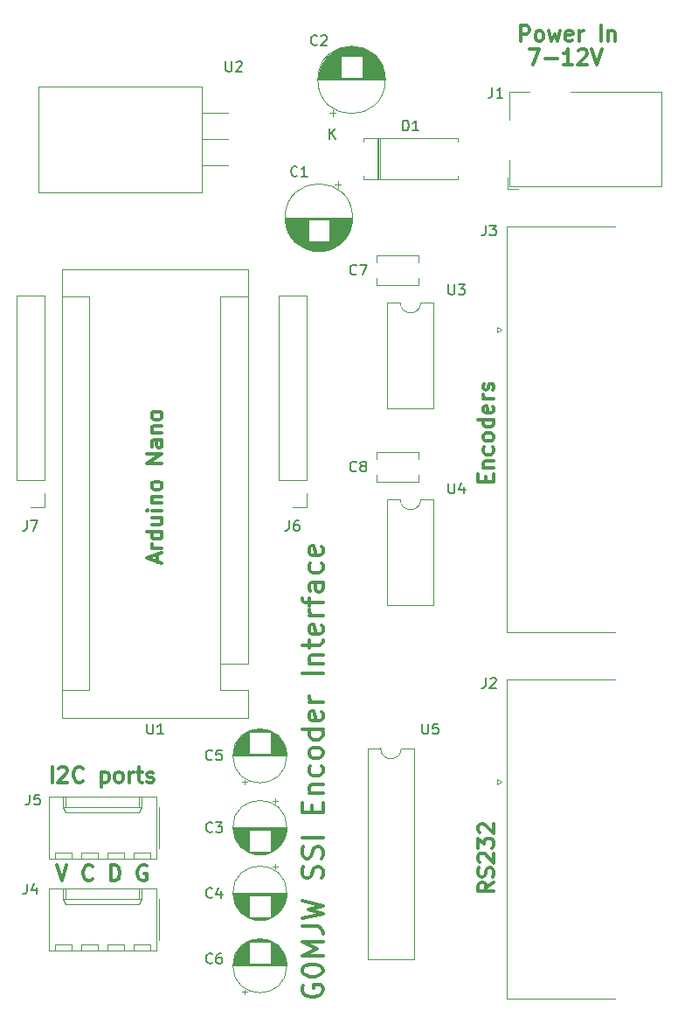
<source format=gbr>
G04 #@! TF.GenerationSoftware,KiCad,Pcbnew,(5.0.0)*
G04 #@! TF.CreationDate,2018-10-30T20:30:18+00:00*
G04 #@! TF.ProjectId,Nano SSI interface,4E616E6F2053534920696E7465726661,rev?*
G04 #@! TF.SameCoordinates,Original*
G04 #@! TF.FileFunction,Legend,Top*
G04 #@! TF.FilePolarity,Positive*
%FSLAX46Y46*%
G04 Gerber Fmt 4.6, Leading zero omitted, Abs format (unit mm)*
G04 Created by KiCad (PCBNEW (5.0.0)) date 10/30/18 20:30:18*
%MOMM*%
%LPD*%
G01*
G04 APERTURE LIST*
%ADD10C,0.300000*%
%ADD11C,0.120000*%
%ADD12C,0.150000*%
G04 APERTURE END LIST*
D10*
X165080714Y-102048571D02*
X165580714Y-103548571D01*
X166080714Y-102048571D01*
X168580714Y-103405714D02*
X168509285Y-103477142D01*
X168295000Y-103548571D01*
X168152142Y-103548571D01*
X167937857Y-103477142D01*
X167795000Y-103334285D01*
X167723571Y-103191428D01*
X167652142Y-102905714D01*
X167652142Y-102691428D01*
X167723571Y-102405714D01*
X167795000Y-102262857D01*
X167937857Y-102120000D01*
X168152142Y-102048571D01*
X168295000Y-102048571D01*
X168509285Y-102120000D01*
X168580714Y-102191428D01*
X170366428Y-103548571D02*
X170366428Y-102048571D01*
X170723571Y-102048571D01*
X170937857Y-102120000D01*
X171080714Y-102262857D01*
X171152142Y-102405714D01*
X171223571Y-102691428D01*
X171223571Y-102905714D01*
X171152142Y-103191428D01*
X171080714Y-103334285D01*
X170937857Y-103477142D01*
X170723571Y-103548571D01*
X170366428Y-103548571D01*
X173795000Y-102120000D02*
X173652142Y-102048571D01*
X173437857Y-102048571D01*
X173223571Y-102120000D01*
X173080714Y-102262857D01*
X173009285Y-102405714D01*
X172937857Y-102691428D01*
X172937857Y-102905714D01*
X173009285Y-103191428D01*
X173080714Y-103334285D01*
X173223571Y-103477142D01*
X173437857Y-103548571D01*
X173580714Y-103548571D01*
X173795000Y-103477142D01*
X173866428Y-103405714D01*
X173866428Y-102905714D01*
X173580714Y-102905714D01*
X164652142Y-94023571D02*
X164652142Y-92523571D01*
X165295000Y-92666428D02*
X165366428Y-92595000D01*
X165509285Y-92523571D01*
X165866428Y-92523571D01*
X166009285Y-92595000D01*
X166080714Y-92666428D01*
X166152142Y-92809285D01*
X166152142Y-92952142D01*
X166080714Y-93166428D01*
X165223571Y-94023571D01*
X166152142Y-94023571D01*
X167652142Y-93880714D02*
X167580714Y-93952142D01*
X167366428Y-94023571D01*
X167223571Y-94023571D01*
X167009285Y-93952142D01*
X166866428Y-93809285D01*
X166795000Y-93666428D01*
X166723571Y-93380714D01*
X166723571Y-93166428D01*
X166795000Y-92880714D01*
X166866428Y-92737857D01*
X167009285Y-92595000D01*
X167223571Y-92523571D01*
X167366428Y-92523571D01*
X167580714Y-92595000D01*
X167652142Y-92666428D01*
X169437857Y-93023571D02*
X169437857Y-94523571D01*
X169437857Y-93095000D02*
X169580714Y-93023571D01*
X169866428Y-93023571D01*
X170009285Y-93095000D01*
X170080714Y-93166428D01*
X170152142Y-93309285D01*
X170152142Y-93737857D01*
X170080714Y-93880714D01*
X170009285Y-93952142D01*
X169866428Y-94023571D01*
X169580714Y-94023571D01*
X169437857Y-93952142D01*
X171009285Y-94023571D02*
X170866428Y-93952142D01*
X170795000Y-93880714D01*
X170723571Y-93737857D01*
X170723571Y-93309285D01*
X170795000Y-93166428D01*
X170866428Y-93095000D01*
X171009285Y-93023571D01*
X171223571Y-93023571D01*
X171366428Y-93095000D01*
X171437857Y-93166428D01*
X171509285Y-93309285D01*
X171509285Y-93737857D01*
X171437857Y-93880714D01*
X171366428Y-93952142D01*
X171223571Y-94023571D01*
X171009285Y-94023571D01*
X172152142Y-94023571D02*
X172152142Y-93023571D01*
X172152142Y-93309285D02*
X172223571Y-93166428D01*
X172295000Y-93095000D01*
X172437857Y-93023571D01*
X172580714Y-93023571D01*
X172866428Y-93023571D02*
X173437857Y-93023571D01*
X173080714Y-92523571D02*
X173080714Y-93809285D01*
X173152142Y-93952142D01*
X173295000Y-94023571D01*
X173437857Y-94023571D01*
X173866428Y-93952142D02*
X174009285Y-94023571D01*
X174295000Y-94023571D01*
X174437857Y-93952142D01*
X174509285Y-93809285D01*
X174509285Y-93737857D01*
X174437857Y-93595000D01*
X174295000Y-93523571D01*
X174080714Y-93523571D01*
X173937857Y-93452142D01*
X173866428Y-93309285D01*
X173866428Y-93237857D01*
X173937857Y-93095000D01*
X174080714Y-93023571D01*
X174295000Y-93023571D01*
X174437857Y-93095000D01*
X206648857Y-64912285D02*
X206648857Y-64412285D01*
X207434571Y-64198000D02*
X207434571Y-64912285D01*
X205934571Y-64912285D01*
X205934571Y-64198000D01*
X206434571Y-63555142D02*
X207434571Y-63555142D01*
X206577428Y-63555142D02*
X206506000Y-63483714D01*
X206434571Y-63340857D01*
X206434571Y-63126571D01*
X206506000Y-62983714D01*
X206648857Y-62912285D01*
X207434571Y-62912285D01*
X207363142Y-61555142D02*
X207434571Y-61698000D01*
X207434571Y-61983714D01*
X207363142Y-62126571D01*
X207291714Y-62198000D01*
X207148857Y-62269428D01*
X206720285Y-62269428D01*
X206577428Y-62198000D01*
X206506000Y-62126571D01*
X206434571Y-61983714D01*
X206434571Y-61698000D01*
X206506000Y-61555142D01*
X207434571Y-60698000D02*
X207363142Y-60840857D01*
X207291714Y-60912285D01*
X207148857Y-60983714D01*
X206720285Y-60983714D01*
X206577428Y-60912285D01*
X206506000Y-60840857D01*
X206434571Y-60698000D01*
X206434571Y-60483714D01*
X206506000Y-60340857D01*
X206577428Y-60269428D01*
X206720285Y-60198000D01*
X207148857Y-60198000D01*
X207291714Y-60269428D01*
X207363142Y-60340857D01*
X207434571Y-60483714D01*
X207434571Y-60698000D01*
X207434571Y-58912285D02*
X205934571Y-58912285D01*
X207363142Y-58912285D02*
X207434571Y-59055142D01*
X207434571Y-59340857D01*
X207363142Y-59483714D01*
X207291714Y-59555142D01*
X207148857Y-59626571D01*
X206720285Y-59626571D01*
X206577428Y-59555142D01*
X206506000Y-59483714D01*
X206434571Y-59340857D01*
X206434571Y-59055142D01*
X206506000Y-58912285D01*
X207363142Y-57626571D02*
X207434571Y-57769428D01*
X207434571Y-58055142D01*
X207363142Y-58198000D01*
X207220285Y-58269428D01*
X206648857Y-58269428D01*
X206506000Y-58198000D01*
X206434571Y-58055142D01*
X206434571Y-57769428D01*
X206506000Y-57626571D01*
X206648857Y-57555142D01*
X206791714Y-57555142D01*
X206934571Y-58269428D01*
X207434571Y-56912285D02*
X206434571Y-56912285D01*
X206720285Y-56912285D02*
X206577428Y-56840857D01*
X206506000Y-56769428D01*
X206434571Y-56626571D01*
X206434571Y-56483714D01*
X207363142Y-56055142D02*
X207434571Y-55912285D01*
X207434571Y-55626571D01*
X207363142Y-55483714D01*
X207220285Y-55412285D01*
X207148857Y-55412285D01*
X207006000Y-55483714D01*
X206934571Y-55626571D01*
X206934571Y-55840857D01*
X206863142Y-55983714D01*
X206720285Y-56055142D01*
X206648857Y-56055142D01*
X206506000Y-55983714D01*
X206434571Y-55840857D01*
X206434571Y-55626571D01*
X206506000Y-55483714D01*
X174875000Y-72690714D02*
X174875000Y-71976428D01*
X175303571Y-72833571D02*
X173803571Y-72333571D01*
X175303571Y-71833571D01*
X175303571Y-71333571D02*
X174303571Y-71333571D01*
X174589285Y-71333571D02*
X174446428Y-71262142D01*
X174375000Y-71190714D01*
X174303571Y-71047857D01*
X174303571Y-70905000D01*
X175303571Y-69762142D02*
X173803571Y-69762142D01*
X175232142Y-69762142D02*
X175303571Y-69905000D01*
X175303571Y-70190714D01*
X175232142Y-70333571D01*
X175160714Y-70405000D01*
X175017857Y-70476428D01*
X174589285Y-70476428D01*
X174446428Y-70405000D01*
X174375000Y-70333571D01*
X174303571Y-70190714D01*
X174303571Y-69905000D01*
X174375000Y-69762142D01*
X174303571Y-68405000D02*
X175303571Y-68405000D01*
X174303571Y-69047857D02*
X175089285Y-69047857D01*
X175232142Y-68976428D01*
X175303571Y-68833571D01*
X175303571Y-68619285D01*
X175232142Y-68476428D01*
X175160714Y-68405000D01*
X175303571Y-67690714D02*
X174303571Y-67690714D01*
X173803571Y-67690714D02*
X173875000Y-67762142D01*
X173946428Y-67690714D01*
X173875000Y-67619285D01*
X173803571Y-67690714D01*
X173946428Y-67690714D01*
X174303571Y-66976428D02*
X175303571Y-66976428D01*
X174446428Y-66976428D02*
X174375000Y-66905000D01*
X174303571Y-66762142D01*
X174303571Y-66547857D01*
X174375000Y-66405000D01*
X174517857Y-66333571D01*
X175303571Y-66333571D01*
X175303571Y-65405000D02*
X175232142Y-65547857D01*
X175160714Y-65619285D01*
X175017857Y-65690714D01*
X174589285Y-65690714D01*
X174446428Y-65619285D01*
X174375000Y-65547857D01*
X174303571Y-65405000D01*
X174303571Y-65190714D01*
X174375000Y-65047857D01*
X174446428Y-64976428D01*
X174589285Y-64905000D01*
X175017857Y-64905000D01*
X175160714Y-64976428D01*
X175232142Y-65047857D01*
X175303571Y-65190714D01*
X175303571Y-65405000D01*
X175303571Y-63119285D02*
X173803571Y-63119285D01*
X175303571Y-62262142D01*
X173803571Y-62262142D01*
X175303571Y-60905000D02*
X174517857Y-60905000D01*
X174375000Y-60976428D01*
X174303571Y-61119285D01*
X174303571Y-61405000D01*
X174375000Y-61547857D01*
X175232142Y-60905000D02*
X175303571Y-61047857D01*
X175303571Y-61405000D01*
X175232142Y-61547857D01*
X175089285Y-61619285D01*
X174946428Y-61619285D01*
X174803571Y-61547857D01*
X174732142Y-61405000D01*
X174732142Y-61047857D01*
X174660714Y-60905000D01*
X174303571Y-60190714D02*
X175303571Y-60190714D01*
X174446428Y-60190714D02*
X174375000Y-60119285D01*
X174303571Y-59976428D01*
X174303571Y-59762142D01*
X174375000Y-59619285D01*
X174517857Y-59547857D01*
X175303571Y-59547857D01*
X175303571Y-58619285D02*
X175232142Y-58762142D01*
X175160714Y-58833571D01*
X175017857Y-58905000D01*
X174589285Y-58905000D01*
X174446428Y-58833571D01*
X174375000Y-58762142D01*
X174303571Y-58619285D01*
X174303571Y-58405000D01*
X174375000Y-58262142D01*
X174446428Y-58190714D01*
X174589285Y-58119285D01*
X175017857Y-58119285D01*
X175160714Y-58190714D01*
X175232142Y-58262142D01*
X175303571Y-58405000D01*
X175303571Y-58619285D01*
X207434571Y-103738857D02*
X206720285Y-104238857D01*
X207434571Y-104596000D02*
X205934571Y-104596000D01*
X205934571Y-104024571D01*
X206006000Y-103881714D01*
X206077428Y-103810285D01*
X206220285Y-103738857D01*
X206434571Y-103738857D01*
X206577428Y-103810285D01*
X206648857Y-103881714D01*
X206720285Y-104024571D01*
X206720285Y-104596000D01*
X207363142Y-103167428D02*
X207434571Y-102953142D01*
X207434571Y-102596000D01*
X207363142Y-102453142D01*
X207291714Y-102381714D01*
X207148857Y-102310285D01*
X207006000Y-102310285D01*
X206863142Y-102381714D01*
X206791714Y-102453142D01*
X206720285Y-102596000D01*
X206648857Y-102881714D01*
X206577428Y-103024571D01*
X206506000Y-103096000D01*
X206363142Y-103167428D01*
X206220285Y-103167428D01*
X206077428Y-103096000D01*
X206006000Y-103024571D01*
X205934571Y-102881714D01*
X205934571Y-102524571D01*
X206006000Y-102310285D01*
X206077428Y-101738857D02*
X206006000Y-101667428D01*
X205934571Y-101524571D01*
X205934571Y-101167428D01*
X206006000Y-101024571D01*
X206077428Y-100953142D01*
X206220285Y-100881714D01*
X206363142Y-100881714D01*
X206577428Y-100953142D01*
X207434571Y-101810285D01*
X207434571Y-100881714D01*
X205934571Y-100381714D02*
X205934571Y-99453142D01*
X206506000Y-99953142D01*
X206506000Y-99738857D01*
X206577428Y-99596000D01*
X206648857Y-99524571D01*
X206791714Y-99453142D01*
X207148857Y-99453142D01*
X207291714Y-99524571D01*
X207363142Y-99596000D01*
X207434571Y-99738857D01*
X207434571Y-100167428D01*
X207363142Y-100310285D01*
X207291714Y-100381714D01*
X206077428Y-98881714D02*
X206006000Y-98810285D01*
X205934571Y-98667428D01*
X205934571Y-98310285D01*
X206006000Y-98167428D01*
X206077428Y-98096000D01*
X206220285Y-98024571D01*
X206363142Y-98024571D01*
X206577428Y-98096000D01*
X207434571Y-98953142D01*
X207434571Y-98024571D01*
X210058571Y-22268571D02*
X210058571Y-20768571D01*
X210630000Y-20768571D01*
X210772857Y-20840000D01*
X210844285Y-20911428D01*
X210915714Y-21054285D01*
X210915714Y-21268571D01*
X210844285Y-21411428D01*
X210772857Y-21482857D01*
X210630000Y-21554285D01*
X210058571Y-21554285D01*
X211772857Y-22268571D02*
X211630000Y-22197142D01*
X211558571Y-22125714D01*
X211487142Y-21982857D01*
X211487142Y-21554285D01*
X211558571Y-21411428D01*
X211630000Y-21340000D01*
X211772857Y-21268571D01*
X211987142Y-21268571D01*
X212130000Y-21340000D01*
X212201428Y-21411428D01*
X212272857Y-21554285D01*
X212272857Y-21982857D01*
X212201428Y-22125714D01*
X212130000Y-22197142D01*
X211987142Y-22268571D01*
X211772857Y-22268571D01*
X212772857Y-21268571D02*
X213058571Y-22268571D01*
X213344285Y-21554285D01*
X213630000Y-22268571D01*
X213915714Y-21268571D01*
X215058571Y-22197142D02*
X214915714Y-22268571D01*
X214630000Y-22268571D01*
X214487142Y-22197142D01*
X214415714Y-22054285D01*
X214415714Y-21482857D01*
X214487142Y-21340000D01*
X214630000Y-21268571D01*
X214915714Y-21268571D01*
X215058571Y-21340000D01*
X215130000Y-21482857D01*
X215130000Y-21625714D01*
X214415714Y-21768571D01*
X215772857Y-22268571D02*
X215772857Y-21268571D01*
X215772857Y-21554285D02*
X215844285Y-21411428D01*
X215915714Y-21340000D01*
X216058571Y-21268571D01*
X216201428Y-21268571D01*
X217844285Y-22268571D02*
X217844285Y-20768571D01*
X218558571Y-21268571D02*
X218558571Y-22268571D01*
X218558571Y-21411428D02*
X218630000Y-21340000D01*
X218772857Y-21268571D01*
X218987142Y-21268571D01*
X219130000Y-21340000D01*
X219201428Y-21482857D01*
X219201428Y-22268571D01*
X210876000Y-23054571D02*
X211876000Y-23054571D01*
X211233142Y-24554571D01*
X212447428Y-23983142D02*
X213590285Y-23983142D01*
X215090285Y-24554571D02*
X214233142Y-24554571D01*
X214661714Y-24554571D02*
X214661714Y-23054571D01*
X214518857Y-23268857D01*
X214376000Y-23411714D01*
X214233142Y-23483142D01*
X215661714Y-23197428D02*
X215733142Y-23126000D01*
X215876000Y-23054571D01*
X216233142Y-23054571D01*
X216376000Y-23126000D01*
X216447428Y-23197428D01*
X216518857Y-23340285D01*
X216518857Y-23483142D01*
X216447428Y-23697428D01*
X215590285Y-24554571D01*
X216518857Y-24554571D01*
X216947428Y-23054571D02*
X217447428Y-24554571D01*
X217947428Y-23054571D01*
X188992000Y-113678285D02*
X188896761Y-113868761D01*
X188896761Y-114154476D01*
X188992000Y-114440190D01*
X189182476Y-114630666D01*
X189372952Y-114725904D01*
X189753904Y-114821142D01*
X190039619Y-114821142D01*
X190420571Y-114725904D01*
X190611047Y-114630666D01*
X190801523Y-114440190D01*
X190896761Y-114154476D01*
X190896761Y-113964000D01*
X190801523Y-113678285D01*
X190706285Y-113583047D01*
X190039619Y-113583047D01*
X190039619Y-113964000D01*
X188896761Y-112344952D02*
X188896761Y-112154476D01*
X188992000Y-111964000D01*
X189087238Y-111868761D01*
X189277714Y-111773523D01*
X189658666Y-111678285D01*
X190134857Y-111678285D01*
X190515809Y-111773523D01*
X190706285Y-111868761D01*
X190801523Y-111964000D01*
X190896761Y-112154476D01*
X190896761Y-112344952D01*
X190801523Y-112535428D01*
X190706285Y-112630666D01*
X190515809Y-112725904D01*
X190134857Y-112821142D01*
X189658666Y-112821142D01*
X189277714Y-112725904D01*
X189087238Y-112630666D01*
X188992000Y-112535428D01*
X188896761Y-112344952D01*
X190896761Y-110821142D02*
X188896761Y-110821142D01*
X190325333Y-110154476D01*
X188896761Y-109487809D01*
X190896761Y-109487809D01*
X188896761Y-107964000D02*
X190325333Y-107964000D01*
X190611047Y-108059238D01*
X190801523Y-108249714D01*
X190896761Y-108535428D01*
X190896761Y-108725904D01*
X188896761Y-107202095D02*
X190896761Y-106725904D01*
X189468190Y-106344952D01*
X190896761Y-105964000D01*
X188896761Y-105487809D01*
X190801523Y-103297333D02*
X190896761Y-103011619D01*
X190896761Y-102535428D01*
X190801523Y-102344952D01*
X190706285Y-102249714D01*
X190515809Y-102154476D01*
X190325333Y-102154476D01*
X190134857Y-102249714D01*
X190039619Y-102344952D01*
X189944380Y-102535428D01*
X189849142Y-102916380D01*
X189753904Y-103106857D01*
X189658666Y-103202095D01*
X189468190Y-103297333D01*
X189277714Y-103297333D01*
X189087238Y-103202095D01*
X188992000Y-103106857D01*
X188896761Y-102916380D01*
X188896761Y-102440190D01*
X188992000Y-102154476D01*
X190801523Y-101392571D02*
X190896761Y-101106857D01*
X190896761Y-100630666D01*
X190801523Y-100440190D01*
X190706285Y-100344952D01*
X190515809Y-100249714D01*
X190325333Y-100249714D01*
X190134857Y-100344952D01*
X190039619Y-100440190D01*
X189944380Y-100630666D01*
X189849142Y-101011619D01*
X189753904Y-101202095D01*
X189658666Y-101297333D01*
X189468190Y-101392571D01*
X189277714Y-101392571D01*
X189087238Y-101297333D01*
X188992000Y-101202095D01*
X188896761Y-101011619D01*
X188896761Y-100535428D01*
X188992000Y-100249714D01*
X190896761Y-99392571D02*
X188896761Y-99392571D01*
X189849142Y-96916380D02*
X189849142Y-96249714D01*
X190896761Y-95964000D02*
X190896761Y-96916380D01*
X188896761Y-96916380D01*
X188896761Y-95964000D01*
X189563428Y-95106857D02*
X190896761Y-95106857D01*
X189753904Y-95106857D02*
X189658666Y-95011619D01*
X189563428Y-94821142D01*
X189563428Y-94535428D01*
X189658666Y-94344952D01*
X189849142Y-94249714D01*
X190896761Y-94249714D01*
X190801523Y-92440190D02*
X190896761Y-92630666D01*
X190896761Y-93011619D01*
X190801523Y-93202095D01*
X190706285Y-93297333D01*
X190515809Y-93392571D01*
X189944380Y-93392571D01*
X189753904Y-93297333D01*
X189658666Y-93202095D01*
X189563428Y-93011619D01*
X189563428Y-92630666D01*
X189658666Y-92440190D01*
X190896761Y-91297333D02*
X190801523Y-91487809D01*
X190706285Y-91583047D01*
X190515809Y-91678285D01*
X189944380Y-91678285D01*
X189753904Y-91583047D01*
X189658666Y-91487809D01*
X189563428Y-91297333D01*
X189563428Y-91011619D01*
X189658666Y-90821142D01*
X189753904Y-90725904D01*
X189944380Y-90630666D01*
X190515809Y-90630666D01*
X190706285Y-90725904D01*
X190801523Y-90821142D01*
X190896761Y-91011619D01*
X190896761Y-91297333D01*
X190896761Y-88916380D02*
X188896761Y-88916380D01*
X190801523Y-88916380D02*
X190896761Y-89106857D01*
X190896761Y-89487809D01*
X190801523Y-89678285D01*
X190706285Y-89773523D01*
X190515809Y-89868761D01*
X189944380Y-89868761D01*
X189753904Y-89773523D01*
X189658666Y-89678285D01*
X189563428Y-89487809D01*
X189563428Y-89106857D01*
X189658666Y-88916380D01*
X190801523Y-87202095D02*
X190896761Y-87392571D01*
X190896761Y-87773523D01*
X190801523Y-87964000D01*
X190611047Y-88059238D01*
X189849142Y-88059238D01*
X189658666Y-87964000D01*
X189563428Y-87773523D01*
X189563428Y-87392571D01*
X189658666Y-87202095D01*
X189849142Y-87106857D01*
X190039619Y-87106857D01*
X190230095Y-88059238D01*
X190896761Y-86249714D02*
X189563428Y-86249714D01*
X189944380Y-86249714D02*
X189753904Y-86154476D01*
X189658666Y-86059238D01*
X189563428Y-85868761D01*
X189563428Y-85678285D01*
X190896761Y-83487809D02*
X188896761Y-83487809D01*
X189563428Y-82535428D02*
X190896761Y-82535428D01*
X189753904Y-82535428D02*
X189658666Y-82440190D01*
X189563428Y-82249714D01*
X189563428Y-81964000D01*
X189658666Y-81773523D01*
X189849142Y-81678285D01*
X190896761Y-81678285D01*
X189563428Y-81011619D02*
X189563428Y-80249714D01*
X188896761Y-80725904D02*
X190611047Y-80725904D01*
X190801523Y-80630666D01*
X190896761Y-80440190D01*
X190896761Y-80249714D01*
X190801523Y-78821142D02*
X190896761Y-79011619D01*
X190896761Y-79392571D01*
X190801523Y-79583047D01*
X190611047Y-79678285D01*
X189849142Y-79678285D01*
X189658666Y-79583047D01*
X189563428Y-79392571D01*
X189563428Y-79011619D01*
X189658666Y-78821142D01*
X189849142Y-78725904D01*
X190039619Y-78725904D01*
X190230095Y-79678285D01*
X190896761Y-77868761D02*
X189563428Y-77868761D01*
X189944380Y-77868761D02*
X189753904Y-77773523D01*
X189658666Y-77678285D01*
X189563428Y-77487809D01*
X189563428Y-77297333D01*
X189563428Y-76916380D02*
X189563428Y-76154476D01*
X190896761Y-76630666D02*
X189182476Y-76630666D01*
X188992000Y-76535428D01*
X188896761Y-76344952D01*
X188896761Y-76154476D01*
X190896761Y-74630666D02*
X189849142Y-74630666D01*
X189658666Y-74725904D01*
X189563428Y-74916380D01*
X189563428Y-75297333D01*
X189658666Y-75487809D01*
X190801523Y-74630666D02*
X190896761Y-74821142D01*
X190896761Y-75297333D01*
X190801523Y-75487809D01*
X190611047Y-75583047D01*
X190420571Y-75583047D01*
X190230095Y-75487809D01*
X190134857Y-75297333D01*
X190134857Y-74821142D01*
X190039619Y-74630666D01*
X190801523Y-72821142D02*
X190896761Y-73011619D01*
X190896761Y-73392571D01*
X190801523Y-73583047D01*
X190706285Y-73678285D01*
X190515809Y-73773523D01*
X189944380Y-73773523D01*
X189753904Y-73678285D01*
X189658666Y-73583047D01*
X189563428Y-73392571D01*
X189563428Y-73011619D01*
X189658666Y-72821142D01*
X190801523Y-71202095D02*
X190896761Y-71392571D01*
X190896761Y-71773523D01*
X190801523Y-71964000D01*
X190611047Y-72059238D01*
X189849142Y-72059238D01*
X189658666Y-71964000D01*
X189563428Y-71773523D01*
X189563428Y-71392571D01*
X189658666Y-71202095D01*
X189849142Y-71106857D01*
X190039619Y-71106857D01*
X190230095Y-72059238D01*
D11*
G04 #@! TO.C,D1*
X194820000Y-32015000D02*
X194820000Y-31685000D01*
X194820000Y-31685000D02*
X203960000Y-31685000D01*
X203960000Y-31685000D02*
X203960000Y-32015000D01*
X194820000Y-35295000D02*
X194820000Y-35625000D01*
X194820000Y-35625000D02*
X203960000Y-35625000D01*
X203960000Y-35625000D02*
X203960000Y-35295000D01*
X196275000Y-31685000D02*
X196275000Y-35625000D01*
X196395000Y-31685000D02*
X196395000Y-35625000D01*
X196155000Y-31685000D02*
X196155000Y-35625000D01*
G04 #@! TO.C,C1*
X192654000Y-36164759D02*
X192024000Y-36164759D01*
X192339000Y-35849759D02*
X192339000Y-36479759D01*
X190902000Y-42591000D02*
X190098000Y-42591000D01*
X191133000Y-42551000D02*
X189867000Y-42551000D01*
X191302000Y-42511000D02*
X189698000Y-42511000D01*
X191440000Y-42471000D02*
X189560000Y-42471000D01*
X191559000Y-42431000D02*
X189441000Y-42431000D01*
X191665000Y-42391000D02*
X189335000Y-42391000D01*
X191762000Y-42351000D02*
X189238000Y-42351000D01*
X191850000Y-42311000D02*
X189150000Y-42311000D01*
X191932000Y-42271000D02*
X189068000Y-42271000D01*
X192009000Y-42231000D02*
X188991000Y-42231000D01*
X192081000Y-42191000D02*
X188919000Y-42191000D01*
X192150000Y-42151000D02*
X188850000Y-42151000D01*
X192214000Y-42111000D02*
X188786000Y-42111000D01*
X192276000Y-42071000D02*
X188724000Y-42071000D01*
X192334000Y-42031000D02*
X188666000Y-42031000D01*
X192390000Y-41991000D02*
X188610000Y-41991000D01*
X192444000Y-41951000D02*
X188556000Y-41951000D01*
X192495000Y-41911000D02*
X188505000Y-41911000D01*
X192544000Y-41871000D02*
X188456000Y-41871000D01*
X192592000Y-41831000D02*
X188408000Y-41831000D01*
X192637000Y-41791000D02*
X188363000Y-41791000D01*
X192682000Y-41751000D02*
X188318000Y-41751000D01*
X192724000Y-41711000D02*
X188276000Y-41711000D01*
X192765000Y-41671000D02*
X188235000Y-41671000D01*
X189460000Y-41631000D02*
X188195000Y-41631000D01*
X192805000Y-41631000D02*
X191540000Y-41631000D01*
X189460000Y-41591000D02*
X188157000Y-41591000D01*
X192843000Y-41591000D02*
X191540000Y-41591000D01*
X189460000Y-41551000D02*
X188120000Y-41551000D01*
X192880000Y-41551000D02*
X191540000Y-41551000D01*
X189460000Y-41511000D02*
X188084000Y-41511000D01*
X192916000Y-41511000D02*
X191540000Y-41511000D01*
X189460000Y-41471000D02*
X188050000Y-41471000D01*
X192950000Y-41471000D02*
X191540000Y-41471000D01*
X189460000Y-41431000D02*
X188016000Y-41431000D01*
X192984000Y-41431000D02*
X191540000Y-41431000D01*
X189460000Y-41391000D02*
X187984000Y-41391000D01*
X193016000Y-41391000D02*
X191540000Y-41391000D01*
X189460000Y-41351000D02*
X187952000Y-41351000D01*
X193048000Y-41351000D02*
X191540000Y-41351000D01*
X189460000Y-41311000D02*
X187922000Y-41311000D01*
X193078000Y-41311000D02*
X191540000Y-41311000D01*
X189460000Y-41271000D02*
X187893000Y-41271000D01*
X193107000Y-41271000D02*
X191540000Y-41271000D01*
X189460000Y-41231000D02*
X187864000Y-41231000D01*
X193136000Y-41231000D02*
X191540000Y-41231000D01*
X189460000Y-41191000D02*
X187836000Y-41191000D01*
X193164000Y-41191000D02*
X191540000Y-41191000D01*
X189460000Y-41151000D02*
X187810000Y-41151000D01*
X193190000Y-41151000D02*
X191540000Y-41151000D01*
X189460000Y-41111000D02*
X187784000Y-41111000D01*
X193216000Y-41111000D02*
X191540000Y-41111000D01*
X189460000Y-41071000D02*
X187758000Y-41071000D01*
X193242000Y-41071000D02*
X191540000Y-41071000D01*
X189460000Y-41031000D02*
X187734000Y-41031000D01*
X193266000Y-41031000D02*
X191540000Y-41031000D01*
X189460000Y-40991000D02*
X187710000Y-40991000D01*
X193290000Y-40991000D02*
X191540000Y-40991000D01*
X189460000Y-40951000D02*
X187688000Y-40951000D01*
X193312000Y-40951000D02*
X191540000Y-40951000D01*
X189460000Y-40911000D02*
X187666000Y-40911000D01*
X193334000Y-40911000D02*
X191540000Y-40911000D01*
X189460000Y-40871000D02*
X187644000Y-40871000D01*
X193356000Y-40871000D02*
X191540000Y-40871000D01*
X189460000Y-40831000D02*
X187624000Y-40831000D01*
X193376000Y-40831000D02*
X191540000Y-40831000D01*
X189460000Y-40791000D02*
X187604000Y-40791000D01*
X193396000Y-40791000D02*
X191540000Y-40791000D01*
X189460000Y-40751000D02*
X187584000Y-40751000D01*
X193416000Y-40751000D02*
X191540000Y-40751000D01*
X189460000Y-40711000D02*
X187566000Y-40711000D01*
X193434000Y-40711000D02*
X191540000Y-40711000D01*
X189460000Y-40671000D02*
X187548000Y-40671000D01*
X193452000Y-40671000D02*
X191540000Y-40671000D01*
X189460000Y-40631000D02*
X187530000Y-40631000D01*
X193470000Y-40631000D02*
X191540000Y-40631000D01*
X189460000Y-40591000D02*
X187514000Y-40591000D01*
X193486000Y-40591000D02*
X191540000Y-40591000D01*
X189460000Y-40551000D02*
X187498000Y-40551000D01*
X193502000Y-40551000D02*
X191540000Y-40551000D01*
X189460000Y-40511000D02*
X187482000Y-40511000D01*
X193518000Y-40511000D02*
X191540000Y-40511000D01*
X189460000Y-40471000D02*
X187467000Y-40471000D01*
X193533000Y-40471000D02*
X191540000Y-40471000D01*
X189460000Y-40431000D02*
X187453000Y-40431000D01*
X193547000Y-40431000D02*
X191540000Y-40431000D01*
X189460000Y-40391000D02*
X187439000Y-40391000D01*
X193561000Y-40391000D02*
X191540000Y-40391000D01*
X189460000Y-40351000D02*
X187426000Y-40351000D01*
X193574000Y-40351000D02*
X191540000Y-40351000D01*
X189460000Y-40311000D02*
X187414000Y-40311000D01*
X193586000Y-40311000D02*
X191540000Y-40311000D01*
X189460000Y-40271000D02*
X187402000Y-40271000D01*
X193598000Y-40271000D02*
X191540000Y-40271000D01*
X189460000Y-40231000D02*
X187390000Y-40231000D01*
X193610000Y-40231000D02*
X191540000Y-40231000D01*
X189460000Y-40191000D02*
X187379000Y-40191000D01*
X193621000Y-40191000D02*
X191540000Y-40191000D01*
X189460000Y-40151000D02*
X187369000Y-40151000D01*
X193631000Y-40151000D02*
X191540000Y-40151000D01*
X189460000Y-40111000D02*
X187359000Y-40111000D01*
X193641000Y-40111000D02*
X191540000Y-40111000D01*
X189460000Y-40071000D02*
X187350000Y-40071000D01*
X193650000Y-40071000D02*
X191540000Y-40071000D01*
X189460000Y-40030000D02*
X187341000Y-40030000D01*
X193659000Y-40030000D02*
X191540000Y-40030000D01*
X189460000Y-39990000D02*
X187333000Y-39990000D01*
X193667000Y-39990000D02*
X191540000Y-39990000D01*
X189460000Y-39950000D02*
X187325000Y-39950000D01*
X193675000Y-39950000D02*
X191540000Y-39950000D01*
X189460000Y-39910000D02*
X187318000Y-39910000D01*
X193682000Y-39910000D02*
X191540000Y-39910000D01*
X189460000Y-39870000D02*
X187311000Y-39870000D01*
X193689000Y-39870000D02*
X191540000Y-39870000D01*
X189460000Y-39830000D02*
X187305000Y-39830000D01*
X193695000Y-39830000D02*
X191540000Y-39830000D01*
X189460000Y-39790000D02*
X187299000Y-39790000D01*
X193701000Y-39790000D02*
X191540000Y-39790000D01*
X189460000Y-39750000D02*
X187294000Y-39750000D01*
X193706000Y-39750000D02*
X191540000Y-39750000D01*
X189460000Y-39710000D02*
X187289000Y-39710000D01*
X193711000Y-39710000D02*
X191540000Y-39710000D01*
X189460000Y-39670000D02*
X187285000Y-39670000D01*
X193715000Y-39670000D02*
X191540000Y-39670000D01*
X189460000Y-39630000D02*
X187282000Y-39630000D01*
X193718000Y-39630000D02*
X191540000Y-39630000D01*
X189460000Y-39590000D02*
X187278000Y-39590000D01*
X193722000Y-39590000D02*
X191540000Y-39590000D01*
X193724000Y-39550000D02*
X187276000Y-39550000D01*
X193727000Y-39510000D02*
X187273000Y-39510000D01*
X193728000Y-39470000D02*
X187272000Y-39470000D01*
X193730000Y-39430000D02*
X187270000Y-39430000D01*
X193730000Y-39390000D02*
X187270000Y-39390000D01*
X193730000Y-39350000D02*
X187270000Y-39350000D01*
X193770000Y-39350000D02*
G75*
G03X193770000Y-39350000I-3270000J0D01*
G01*
G04 #@! TO.C,C2*
X196945000Y-26015000D02*
G75*
G03X196945000Y-26015000I-3270000J0D01*
G01*
X190445000Y-26015000D02*
X196905000Y-26015000D01*
X190445000Y-25975000D02*
X196905000Y-25975000D01*
X190445000Y-25935000D02*
X196905000Y-25935000D01*
X190447000Y-25895000D02*
X196903000Y-25895000D01*
X190448000Y-25855000D02*
X196902000Y-25855000D01*
X190451000Y-25815000D02*
X196899000Y-25815000D01*
X190453000Y-25775000D02*
X192635000Y-25775000D01*
X194715000Y-25775000D02*
X196897000Y-25775000D01*
X190457000Y-25735000D02*
X192635000Y-25735000D01*
X194715000Y-25735000D02*
X196893000Y-25735000D01*
X190460000Y-25695000D02*
X192635000Y-25695000D01*
X194715000Y-25695000D02*
X196890000Y-25695000D01*
X190464000Y-25655000D02*
X192635000Y-25655000D01*
X194715000Y-25655000D02*
X196886000Y-25655000D01*
X190469000Y-25615000D02*
X192635000Y-25615000D01*
X194715000Y-25615000D02*
X196881000Y-25615000D01*
X190474000Y-25575000D02*
X192635000Y-25575000D01*
X194715000Y-25575000D02*
X196876000Y-25575000D01*
X190480000Y-25535000D02*
X192635000Y-25535000D01*
X194715000Y-25535000D02*
X196870000Y-25535000D01*
X190486000Y-25495000D02*
X192635000Y-25495000D01*
X194715000Y-25495000D02*
X196864000Y-25495000D01*
X190493000Y-25455000D02*
X192635000Y-25455000D01*
X194715000Y-25455000D02*
X196857000Y-25455000D01*
X190500000Y-25415000D02*
X192635000Y-25415000D01*
X194715000Y-25415000D02*
X196850000Y-25415000D01*
X190508000Y-25375000D02*
X192635000Y-25375000D01*
X194715000Y-25375000D02*
X196842000Y-25375000D01*
X190516000Y-25335000D02*
X192635000Y-25335000D01*
X194715000Y-25335000D02*
X196834000Y-25335000D01*
X190525000Y-25294000D02*
X192635000Y-25294000D01*
X194715000Y-25294000D02*
X196825000Y-25294000D01*
X190534000Y-25254000D02*
X192635000Y-25254000D01*
X194715000Y-25254000D02*
X196816000Y-25254000D01*
X190544000Y-25214000D02*
X192635000Y-25214000D01*
X194715000Y-25214000D02*
X196806000Y-25214000D01*
X190554000Y-25174000D02*
X192635000Y-25174000D01*
X194715000Y-25174000D02*
X196796000Y-25174000D01*
X190565000Y-25134000D02*
X192635000Y-25134000D01*
X194715000Y-25134000D02*
X196785000Y-25134000D01*
X190577000Y-25094000D02*
X192635000Y-25094000D01*
X194715000Y-25094000D02*
X196773000Y-25094000D01*
X190589000Y-25054000D02*
X192635000Y-25054000D01*
X194715000Y-25054000D02*
X196761000Y-25054000D01*
X190601000Y-25014000D02*
X192635000Y-25014000D01*
X194715000Y-25014000D02*
X196749000Y-25014000D01*
X190614000Y-24974000D02*
X192635000Y-24974000D01*
X194715000Y-24974000D02*
X196736000Y-24974000D01*
X190628000Y-24934000D02*
X192635000Y-24934000D01*
X194715000Y-24934000D02*
X196722000Y-24934000D01*
X190642000Y-24894000D02*
X192635000Y-24894000D01*
X194715000Y-24894000D02*
X196708000Y-24894000D01*
X190657000Y-24854000D02*
X192635000Y-24854000D01*
X194715000Y-24854000D02*
X196693000Y-24854000D01*
X190673000Y-24814000D02*
X192635000Y-24814000D01*
X194715000Y-24814000D02*
X196677000Y-24814000D01*
X190689000Y-24774000D02*
X192635000Y-24774000D01*
X194715000Y-24774000D02*
X196661000Y-24774000D01*
X190705000Y-24734000D02*
X192635000Y-24734000D01*
X194715000Y-24734000D02*
X196645000Y-24734000D01*
X190723000Y-24694000D02*
X192635000Y-24694000D01*
X194715000Y-24694000D02*
X196627000Y-24694000D01*
X190741000Y-24654000D02*
X192635000Y-24654000D01*
X194715000Y-24654000D02*
X196609000Y-24654000D01*
X190759000Y-24614000D02*
X192635000Y-24614000D01*
X194715000Y-24614000D02*
X196591000Y-24614000D01*
X190779000Y-24574000D02*
X192635000Y-24574000D01*
X194715000Y-24574000D02*
X196571000Y-24574000D01*
X190799000Y-24534000D02*
X192635000Y-24534000D01*
X194715000Y-24534000D02*
X196551000Y-24534000D01*
X190819000Y-24494000D02*
X192635000Y-24494000D01*
X194715000Y-24494000D02*
X196531000Y-24494000D01*
X190841000Y-24454000D02*
X192635000Y-24454000D01*
X194715000Y-24454000D02*
X196509000Y-24454000D01*
X190863000Y-24414000D02*
X192635000Y-24414000D01*
X194715000Y-24414000D02*
X196487000Y-24414000D01*
X190885000Y-24374000D02*
X192635000Y-24374000D01*
X194715000Y-24374000D02*
X196465000Y-24374000D01*
X190909000Y-24334000D02*
X192635000Y-24334000D01*
X194715000Y-24334000D02*
X196441000Y-24334000D01*
X190933000Y-24294000D02*
X192635000Y-24294000D01*
X194715000Y-24294000D02*
X196417000Y-24294000D01*
X190959000Y-24254000D02*
X192635000Y-24254000D01*
X194715000Y-24254000D02*
X196391000Y-24254000D01*
X190985000Y-24214000D02*
X192635000Y-24214000D01*
X194715000Y-24214000D02*
X196365000Y-24214000D01*
X191011000Y-24174000D02*
X192635000Y-24174000D01*
X194715000Y-24174000D02*
X196339000Y-24174000D01*
X191039000Y-24134000D02*
X192635000Y-24134000D01*
X194715000Y-24134000D02*
X196311000Y-24134000D01*
X191068000Y-24094000D02*
X192635000Y-24094000D01*
X194715000Y-24094000D02*
X196282000Y-24094000D01*
X191097000Y-24054000D02*
X192635000Y-24054000D01*
X194715000Y-24054000D02*
X196253000Y-24054000D01*
X191127000Y-24014000D02*
X192635000Y-24014000D01*
X194715000Y-24014000D02*
X196223000Y-24014000D01*
X191159000Y-23974000D02*
X192635000Y-23974000D01*
X194715000Y-23974000D02*
X196191000Y-23974000D01*
X191191000Y-23934000D02*
X192635000Y-23934000D01*
X194715000Y-23934000D02*
X196159000Y-23934000D01*
X191225000Y-23894000D02*
X192635000Y-23894000D01*
X194715000Y-23894000D02*
X196125000Y-23894000D01*
X191259000Y-23854000D02*
X192635000Y-23854000D01*
X194715000Y-23854000D02*
X196091000Y-23854000D01*
X191295000Y-23814000D02*
X192635000Y-23814000D01*
X194715000Y-23814000D02*
X196055000Y-23814000D01*
X191332000Y-23774000D02*
X192635000Y-23774000D01*
X194715000Y-23774000D02*
X196018000Y-23774000D01*
X191370000Y-23734000D02*
X192635000Y-23734000D01*
X194715000Y-23734000D02*
X195980000Y-23734000D01*
X191410000Y-23694000D02*
X195940000Y-23694000D01*
X191451000Y-23654000D02*
X195899000Y-23654000D01*
X191493000Y-23614000D02*
X195857000Y-23614000D01*
X191538000Y-23574000D02*
X195812000Y-23574000D01*
X191583000Y-23534000D02*
X195767000Y-23534000D01*
X191631000Y-23494000D02*
X195719000Y-23494000D01*
X191680000Y-23454000D02*
X195670000Y-23454000D01*
X191731000Y-23414000D02*
X195619000Y-23414000D01*
X191785000Y-23374000D02*
X195565000Y-23374000D01*
X191841000Y-23334000D02*
X195509000Y-23334000D01*
X191899000Y-23294000D02*
X195451000Y-23294000D01*
X191961000Y-23254000D02*
X195389000Y-23254000D01*
X192025000Y-23214000D02*
X195325000Y-23214000D01*
X192094000Y-23174000D02*
X195256000Y-23174000D01*
X192166000Y-23134000D02*
X195184000Y-23134000D01*
X192243000Y-23094000D02*
X195107000Y-23094000D01*
X192325000Y-23054000D02*
X195025000Y-23054000D01*
X192413000Y-23014000D02*
X194937000Y-23014000D01*
X192510000Y-22974000D02*
X194840000Y-22974000D01*
X192616000Y-22934000D02*
X194734000Y-22934000D01*
X192735000Y-22894000D02*
X194615000Y-22894000D01*
X192873000Y-22854000D02*
X194477000Y-22854000D01*
X193042000Y-22814000D02*
X194308000Y-22814000D01*
X193273000Y-22774000D02*
X194077000Y-22774000D01*
X191836000Y-29515241D02*
X191836000Y-28885241D01*
X191521000Y-29200241D02*
X192151000Y-29200241D01*
G04 #@! TO.C,C3*
X187405000Y-98405000D02*
G75*
G03X187405000Y-98405000I-2620000J0D01*
G01*
X187365000Y-98405000D02*
X182205000Y-98405000D01*
X187365000Y-98445000D02*
X182205000Y-98445000D01*
X187364000Y-98485000D02*
X182206000Y-98485000D01*
X187363000Y-98525000D02*
X182207000Y-98525000D01*
X187361000Y-98565000D02*
X182209000Y-98565000D01*
X187358000Y-98605000D02*
X182212000Y-98605000D01*
X187354000Y-98645000D02*
X185825000Y-98645000D01*
X183745000Y-98645000D02*
X182216000Y-98645000D01*
X187350000Y-98685000D02*
X185825000Y-98685000D01*
X183745000Y-98685000D02*
X182220000Y-98685000D01*
X187346000Y-98725000D02*
X185825000Y-98725000D01*
X183745000Y-98725000D02*
X182224000Y-98725000D01*
X187341000Y-98765000D02*
X185825000Y-98765000D01*
X183745000Y-98765000D02*
X182229000Y-98765000D01*
X187335000Y-98805000D02*
X185825000Y-98805000D01*
X183745000Y-98805000D02*
X182235000Y-98805000D01*
X187328000Y-98845000D02*
X185825000Y-98845000D01*
X183745000Y-98845000D02*
X182242000Y-98845000D01*
X187321000Y-98885000D02*
X185825000Y-98885000D01*
X183745000Y-98885000D02*
X182249000Y-98885000D01*
X187313000Y-98925000D02*
X185825000Y-98925000D01*
X183745000Y-98925000D02*
X182257000Y-98925000D01*
X187305000Y-98965000D02*
X185825000Y-98965000D01*
X183745000Y-98965000D02*
X182265000Y-98965000D01*
X187296000Y-99005000D02*
X185825000Y-99005000D01*
X183745000Y-99005000D02*
X182274000Y-99005000D01*
X187286000Y-99045000D02*
X185825000Y-99045000D01*
X183745000Y-99045000D02*
X182284000Y-99045000D01*
X187276000Y-99085000D02*
X185825000Y-99085000D01*
X183745000Y-99085000D02*
X182294000Y-99085000D01*
X187265000Y-99126000D02*
X185825000Y-99126000D01*
X183745000Y-99126000D02*
X182305000Y-99126000D01*
X187253000Y-99166000D02*
X185825000Y-99166000D01*
X183745000Y-99166000D02*
X182317000Y-99166000D01*
X187240000Y-99206000D02*
X185825000Y-99206000D01*
X183745000Y-99206000D02*
X182330000Y-99206000D01*
X187227000Y-99246000D02*
X185825000Y-99246000D01*
X183745000Y-99246000D02*
X182343000Y-99246000D01*
X187213000Y-99286000D02*
X185825000Y-99286000D01*
X183745000Y-99286000D02*
X182357000Y-99286000D01*
X187199000Y-99326000D02*
X185825000Y-99326000D01*
X183745000Y-99326000D02*
X182371000Y-99326000D01*
X187183000Y-99366000D02*
X185825000Y-99366000D01*
X183745000Y-99366000D02*
X182387000Y-99366000D01*
X187167000Y-99406000D02*
X185825000Y-99406000D01*
X183745000Y-99406000D02*
X182403000Y-99406000D01*
X187150000Y-99446000D02*
X185825000Y-99446000D01*
X183745000Y-99446000D02*
X182420000Y-99446000D01*
X187133000Y-99486000D02*
X185825000Y-99486000D01*
X183745000Y-99486000D02*
X182437000Y-99486000D01*
X187114000Y-99526000D02*
X185825000Y-99526000D01*
X183745000Y-99526000D02*
X182456000Y-99526000D01*
X187095000Y-99566000D02*
X185825000Y-99566000D01*
X183745000Y-99566000D02*
X182475000Y-99566000D01*
X187075000Y-99606000D02*
X185825000Y-99606000D01*
X183745000Y-99606000D02*
X182495000Y-99606000D01*
X187053000Y-99646000D02*
X185825000Y-99646000D01*
X183745000Y-99646000D02*
X182517000Y-99646000D01*
X187032000Y-99686000D02*
X185825000Y-99686000D01*
X183745000Y-99686000D02*
X182538000Y-99686000D01*
X187009000Y-99726000D02*
X185825000Y-99726000D01*
X183745000Y-99726000D02*
X182561000Y-99726000D01*
X186985000Y-99766000D02*
X185825000Y-99766000D01*
X183745000Y-99766000D02*
X182585000Y-99766000D01*
X186960000Y-99806000D02*
X185825000Y-99806000D01*
X183745000Y-99806000D02*
X182610000Y-99806000D01*
X186934000Y-99846000D02*
X185825000Y-99846000D01*
X183745000Y-99846000D02*
X182636000Y-99846000D01*
X186907000Y-99886000D02*
X185825000Y-99886000D01*
X183745000Y-99886000D02*
X182663000Y-99886000D01*
X186880000Y-99926000D02*
X185825000Y-99926000D01*
X183745000Y-99926000D02*
X182690000Y-99926000D01*
X186850000Y-99966000D02*
X185825000Y-99966000D01*
X183745000Y-99966000D02*
X182720000Y-99966000D01*
X186820000Y-100006000D02*
X185825000Y-100006000D01*
X183745000Y-100006000D02*
X182750000Y-100006000D01*
X186789000Y-100046000D02*
X185825000Y-100046000D01*
X183745000Y-100046000D02*
X182781000Y-100046000D01*
X186756000Y-100086000D02*
X185825000Y-100086000D01*
X183745000Y-100086000D02*
X182814000Y-100086000D01*
X186722000Y-100126000D02*
X185825000Y-100126000D01*
X183745000Y-100126000D02*
X182848000Y-100126000D01*
X186686000Y-100166000D02*
X185825000Y-100166000D01*
X183745000Y-100166000D02*
X182884000Y-100166000D01*
X186649000Y-100206000D02*
X185825000Y-100206000D01*
X183745000Y-100206000D02*
X182921000Y-100206000D01*
X186611000Y-100246000D02*
X185825000Y-100246000D01*
X183745000Y-100246000D02*
X182959000Y-100246000D01*
X186570000Y-100286000D02*
X185825000Y-100286000D01*
X183745000Y-100286000D02*
X183000000Y-100286000D01*
X186528000Y-100326000D02*
X185825000Y-100326000D01*
X183745000Y-100326000D02*
X183042000Y-100326000D01*
X186484000Y-100366000D02*
X185825000Y-100366000D01*
X183745000Y-100366000D02*
X183086000Y-100366000D01*
X186438000Y-100406000D02*
X185825000Y-100406000D01*
X183745000Y-100406000D02*
X183132000Y-100406000D01*
X186390000Y-100446000D02*
X185825000Y-100446000D01*
X183745000Y-100446000D02*
X183180000Y-100446000D01*
X186339000Y-100486000D02*
X185825000Y-100486000D01*
X183745000Y-100486000D02*
X183231000Y-100486000D01*
X186285000Y-100526000D02*
X185825000Y-100526000D01*
X183745000Y-100526000D02*
X183285000Y-100526000D01*
X186228000Y-100566000D02*
X185825000Y-100566000D01*
X183745000Y-100566000D02*
X183342000Y-100566000D01*
X186168000Y-100606000D02*
X185825000Y-100606000D01*
X183745000Y-100606000D02*
X183402000Y-100606000D01*
X186104000Y-100646000D02*
X185825000Y-100646000D01*
X183745000Y-100646000D02*
X183466000Y-100646000D01*
X186036000Y-100686000D02*
X185825000Y-100686000D01*
X183745000Y-100686000D02*
X183534000Y-100686000D01*
X185963000Y-100726000D02*
X183607000Y-100726000D01*
X185883000Y-100766000D02*
X183687000Y-100766000D01*
X185796000Y-100806000D02*
X183774000Y-100806000D01*
X185700000Y-100846000D02*
X183870000Y-100846000D01*
X185590000Y-100886000D02*
X183980000Y-100886000D01*
X185462000Y-100926000D02*
X184108000Y-100926000D01*
X185303000Y-100966000D02*
X184267000Y-100966000D01*
X185069000Y-101006000D02*
X184501000Y-101006000D01*
X186260000Y-95600225D02*
X186260000Y-96100225D01*
X186510000Y-95850225D02*
X186010000Y-95850225D01*
G04 #@! TO.C,C4*
X186510000Y-102200225D02*
X186010000Y-102200225D01*
X186260000Y-101950225D02*
X186260000Y-102450225D01*
X185069000Y-107356000D02*
X184501000Y-107356000D01*
X185303000Y-107316000D02*
X184267000Y-107316000D01*
X185462000Y-107276000D02*
X184108000Y-107276000D01*
X185590000Y-107236000D02*
X183980000Y-107236000D01*
X185700000Y-107196000D02*
X183870000Y-107196000D01*
X185796000Y-107156000D02*
X183774000Y-107156000D01*
X185883000Y-107116000D02*
X183687000Y-107116000D01*
X185963000Y-107076000D02*
X183607000Y-107076000D01*
X183745000Y-107036000D02*
X183534000Y-107036000D01*
X186036000Y-107036000D02*
X185825000Y-107036000D01*
X183745000Y-106996000D02*
X183466000Y-106996000D01*
X186104000Y-106996000D02*
X185825000Y-106996000D01*
X183745000Y-106956000D02*
X183402000Y-106956000D01*
X186168000Y-106956000D02*
X185825000Y-106956000D01*
X183745000Y-106916000D02*
X183342000Y-106916000D01*
X186228000Y-106916000D02*
X185825000Y-106916000D01*
X183745000Y-106876000D02*
X183285000Y-106876000D01*
X186285000Y-106876000D02*
X185825000Y-106876000D01*
X183745000Y-106836000D02*
X183231000Y-106836000D01*
X186339000Y-106836000D02*
X185825000Y-106836000D01*
X183745000Y-106796000D02*
X183180000Y-106796000D01*
X186390000Y-106796000D02*
X185825000Y-106796000D01*
X183745000Y-106756000D02*
X183132000Y-106756000D01*
X186438000Y-106756000D02*
X185825000Y-106756000D01*
X183745000Y-106716000D02*
X183086000Y-106716000D01*
X186484000Y-106716000D02*
X185825000Y-106716000D01*
X183745000Y-106676000D02*
X183042000Y-106676000D01*
X186528000Y-106676000D02*
X185825000Y-106676000D01*
X183745000Y-106636000D02*
X183000000Y-106636000D01*
X186570000Y-106636000D02*
X185825000Y-106636000D01*
X183745000Y-106596000D02*
X182959000Y-106596000D01*
X186611000Y-106596000D02*
X185825000Y-106596000D01*
X183745000Y-106556000D02*
X182921000Y-106556000D01*
X186649000Y-106556000D02*
X185825000Y-106556000D01*
X183745000Y-106516000D02*
X182884000Y-106516000D01*
X186686000Y-106516000D02*
X185825000Y-106516000D01*
X183745000Y-106476000D02*
X182848000Y-106476000D01*
X186722000Y-106476000D02*
X185825000Y-106476000D01*
X183745000Y-106436000D02*
X182814000Y-106436000D01*
X186756000Y-106436000D02*
X185825000Y-106436000D01*
X183745000Y-106396000D02*
X182781000Y-106396000D01*
X186789000Y-106396000D02*
X185825000Y-106396000D01*
X183745000Y-106356000D02*
X182750000Y-106356000D01*
X186820000Y-106356000D02*
X185825000Y-106356000D01*
X183745000Y-106316000D02*
X182720000Y-106316000D01*
X186850000Y-106316000D02*
X185825000Y-106316000D01*
X183745000Y-106276000D02*
X182690000Y-106276000D01*
X186880000Y-106276000D02*
X185825000Y-106276000D01*
X183745000Y-106236000D02*
X182663000Y-106236000D01*
X186907000Y-106236000D02*
X185825000Y-106236000D01*
X183745000Y-106196000D02*
X182636000Y-106196000D01*
X186934000Y-106196000D02*
X185825000Y-106196000D01*
X183745000Y-106156000D02*
X182610000Y-106156000D01*
X186960000Y-106156000D02*
X185825000Y-106156000D01*
X183745000Y-106116000D02*
X182585000Y-106116000D01*
X186985000Y-106116000D02*
X185825000Y-106116000D01*
X183745000Y-106076000D02*
X182561000Y-106076000D01*
X187009000Y-106076000D02*
X185825000Y-106076000D01*
X183745000Y-106036000D02*
X182538000Y-106036000D01*
X187032000Y-106036000D02*
X185825000Y-106036000D01*
X183745000Y-105996000D02*
X182517000Y-105996000D01*
X187053000Y-105996000D02*
X185825000Y-105996000D01*
X183745000Y-105956000D02*
X182495000Y-105956000D01*
X187075000Y-105956000D02*
X185825000Y-105956000D01*
X183745000Y-105916000D02*
X182475000Y-105916000D01*
X187095000Y-105916000D02*
X185825000Y-105916000D01*
X183745000Y-105876000D02*
X182456000Y-105876000D01*
X187114000Y-105876000D02*
X185825000Y-105876000D01*
X183745000Y-105836000D02*
X182437000Y-105836000D01*
X187133000Y-105836000D02*
X185825000Y-105836000D01*
X183745000Y-105796000D02*
X182420000Y-105796000D01*
X187150000Y-105796000D02*
X185825000Y-105796000D01*
X183745000Y-105756000D02*
X182403000Y-105756000D01*
X187167000Y-105756000D02*
X185825000Y-105756000D01*
X183745000Y-105716000D02*
X182387000Y-105716000D01*
X187183000Y-105716000D02*
X185825000Y-105716000D01*
X183745000Y-105676000D02*
X182371000Y-105676000D01*
X187199000Y-105676000D02*
X185825000Y-105676000D01*
X183745000Y-105636000D02*
X182357000Y-105636000D01*
X187213000Y-105636000D02*
X185825000Y-105636000D01*
X183745000Y-105596000D02*
X182343000Y-105596000D01*
X187227000Y-105596000D02*
X185825000Y-105596000D01*
X183745000Y-105556000D02*
X182330000Y-105556000D01*
X187240000Y-105556000D02*
X185825000Y-105556000D01*
X183745000Y-105516000D02*
X182317000Y-105516000D01*
X187253000Y-105516000D02*
X185825000Y-105516000D01*
X183745000Y-105476000D02*
X182305000Y-105476000D01*
X187265000Y-105476000D02*
X185825000Y-105476000D01*
X183745000Y-105435000D02*
X182294000Y-105435000D01*
X187276000Y-105435000D02*
X185825000Y-105435000D01*
X183745000Y-105395000D02*
X182284000Y-105395000D01*
X187286000Y-105395000D02*
X185825000Y-105395000D01*
X183745000Y-105355000D02*
X182274000Y-105355000D01*
X187296000Y-105355000D02*
X185825000Y-105355000D01*
X183745000Y-105315000D02*
X182265000Y-105315000D01*
X187305000Y-105315000D02*
X185825000Y-105315000D01*
X183745000Y-105275000D02*
X182257000Y-105275000D01*
X187313000Y-105275000D02*
X185825000Y-105275000D01*
X183745000Y-105235000D02*
X182249000Y-105235000D01*
X187321000Y-105235000D02*
X185825000Y-105235000D01*
X183745000Y-105195000D02*
X182242000Y-105195000D01*
X187328000Y-105195000D02*
X185825000Y-105195000D01*
X183745000Y-105155000D02*
X182235000Y-105155000D01*
X187335000Y-105155000D02*
X185825000Y-105155000D01*
X183745000Y-105115000D02*
X182229000Y-105115000D01*
X187341000Y-105115000D02*
X185825000Y-105115000D01*
X183745000Y-105075000D02*
X182224000Y-105075000D01*
X187346000Y-105075000D02*
X185825000Y-105075000D01*
X183745000Y-105035000D02*
X182220000Y-105035000D01*
X187350000Y-105035000D02*
X185825000Y-105035000D01*
X183745000Y-104995000D02*
X182216000Y-104995000D01*
X187354000Y-104995000D02*
X185825000Y-104995000D01*
X187358000Y-104955000D02*
X182212000Y-104955000D01*
X187361000Y-104915000D02*
X182209000Y-104915000D01*
X187363000Y-104875000D02*
X182207000Y-104875000D01*
X187364000Y-104835000D02*
X182206000Y-104835000D01*
X187365000Y-104795000D02*
X182205000Y-104795000D01*
X187365000Y-104755000D02*
X182205000Y-104755000D01*
X187405000Y-104755000D02*
G75*
G03X187405000Y-104755000I-2620000J0D01*
G01*
G04 #@! TO.C,C5*
X183060000Y-94014775D02*
X183560000Y-94014775D01*
X183310000Y-94264775D02*
X183310000Y-93764775D01*
X184501000Y-88859000D02*
X185069000Y-88859000D01*
X184267000Y-88899000D02*
X185303000Y-88899000D01*
X184108000Y-88939000D02*
X185462000Y-88939000D01*
X183980000Y-88979000D02*
X185590000Y-88979000D01*
X183870000Y-89019000D02*
X185700000Y-89019000D01*
X183774000Y-89059000D02*
X185796000Y-89059000D01*
X183687000Y-89099000D02*
X185883000Y-89099000D01*
X183607000Y-89139000D02*
X185963000Y-89139000D01*
X185825000Y-89179000D02*
X186036000Y-89179000D01*
X183534000Y-89179000D02*
X183745000Y-89179000D01*
X185825000Y-89219000D02*
X186104000Y-89219000D01*
X183466000Y-89219000D02*
X183745000Y-89219000D01*
X185825000Y-89259000D02*
X186168000Y-89259000D01*
X183402000Y-89259000D02*
X183745000Y-89259000D01*
X185825000Y-89299000D02*
X186228000Y-89299000D01*
X183342000Y-89299000D02*
X183745000Y-89299000D01*
X185825000Y-89339000D02*
X186285000Y-89339000D01*
X183285000Y-89339000D02*
X183745000Y-89339000D01*
X185825000Y-89379000D02*
X186339000Y-89379000D01*
X183231000Y-89379000D02*
X183745000Y-89379000D01*
X185825000Y-89419000D02*
X186390000Y-89419000D01*
X183180000Y-89419000D02*
X183745000Y-89419000D01*
X185825000Y-89459000D02*
X186438000Y-89459000D01*
X183132000Y-89459000D02*
X183745000Y-89459000D01*
X185825000Y-89499000D02*
X186484000Y-89499000D01*
X183086000Y-89499000D02*
X183745000Y-89499000D01*
X185825000Y-89539000D02*
X186528000Y-89539000D01*
X183042000Y-89539000D02*
X183745000Y-89539000D01*
X185825000Y-89579000D02*
X186570000Y-89579000D01*
X183000000Y-89579000D02*
X183745000Y-89579000D01*
X185825000Y-89619000D02*
X186611000Y-89619000D01*
X182959000Y-89619000D02*
X183745000Y-89619000D01*
X185825000Y-89659000D02*
X186649000Y-89659000D01*
X182921000Y-89659000D02*
X183745000Y-89659000D01*
X185825000Y-89699000D02*
X186686000Y-89699000D01*
X182884000Y-89699000D02*
X183745000Y-89699000D01*
X185825000Y-89739000D02*
X186722000Y-89739000D01*
X182848000Y-89739000D02*
X183745000Y-89739000D01*
X185825000Y-89779000D02*
X186756000Y-89779000D01*
X182814000Y-89779000D02*
X183745000Y-89779000D01*
X185825000Y-89819000D02*
X186789000Y-89819000D01*
X182781000Y-89819000D02*
X183745000Y-89819000D01*
X185825000Y-89859000D02*
X186820000Y-89859000D01*
X182750000Y-89859000D02*
X183745000Y-89859000D01*
X185825000Y-89899000D02*
X186850000Y-89899000D01*
X182720000Y-89899000D02*
X183745000Y-89899000D01*
X185825000Y-89939000D02*
X186880000Y-89939000D01*
X182690000Y-89939000D02*
X183745000Y-89939000D01*
X185825000Y-89979000D02*
X186907000Y-89979000D01*
X182663000Y-89979000D02*
X183745000Y-89979000D01*
X185825000Y-90019000D02*
X186934000Y-90019000D01*
X182636000Y-90019000D02*
X183745000Y-90019000D01*
X185825000Y-90059000D02*
X186960000Y-90059000D01*
X182610000Y-90059000D02*
X183745000Y-90059000D01*
X185825000Y-90099000D02*
X186985000Y-90099000D01*
X182585000Y-90099000D02*
X183745000Y-90099000D01*
X185825000Y-90139000D02*
X187009000Y-90139000D01*
X182561000Y-90139000D02*
X183745000Y-90139000D01*
X185825000Y-90179000D02*
X187032000Y-90179000D01*
X182538000Y-90179000D02*
X183745000Y-90179000D01*
X185825000Y-90219000D02*
X187053000Y-90219000D01*
X182517000Y-90219000D02*
X183745000Y-90219000D01*
X185825000Y-90259000D02*
X187075000Y-90259000D01*
X182495000Y-90259000D02*
X183745000Y-90259000D01*
X185825000Y-90299000D02*
X187095000Y-90299000D01*
X182475000Y-90299000D02*
X183745000Y-90299000D01*
X185825000Y-90339000D02*
X187114000Y-90339000D01*
X182456000Y-90339000D02*
X183745000Y-90339000D01*
X185825000Y-90379000D02*
X187133000Y-90379000D01*
X182437000Y-90379000D02*
X183745000Y-90379000D01*
X185825000Y-90419000D02*
X187150000Y-90419000D01*
X182420000Y-90419000D02*
X183745000Y-90419000D01*
X185825000Y-90459000D02*
X187167000Y-90459000D01*
X182403000Y-90459000D02*
X183745000Y-90459000D01*
X185825000Y-90499000D02*
X187183000Y-90499000D01*
X182387000Y-90499000D02*
X183745000Y-90499000D01*
X185825000Y-90539000D02*
X187199000Y-90539000D01*
X182371000Y-90539000D02*
X183745000Y-90539000D01*
X185825000Y-90579000D02*
X187213000Y-90579000D01*
X182357000Y-90579000D02*
X183745000Y-90579000D01*
X185825000Y-90619000D02*
X187227000Y-90619000D01*
X182343000Y-90619000D02*
X183745000Y-90619000D01*
X185825000Y-90659000D02*
X187240000Y-90659000D01*
X182330000Y-90659000D02*
X183745000Y-90659000D01*
X185825000Y-90699000D02*
X187253000Y-90699000D01*
X182317000Y-90699000D02*
X183745000Y-90699000D01*
X185825000Y-90739000D02*
X187265000Y-90739000D01*
X182305000Y-90739000D02*
X183745000Y-90739000D01*
X185825000Y-90780000D02*
X187276000Y-90780000D01*
X182294000Y-90780000D02*
X183745000Y-90780000D01*
X185825000Y-90820000D02*
X187286000Y-90820000D01*
X182284000Y-90820000D02*
X183745000Y-90820000D01*
X185825000Y-90860000D02*
X187296000Y-90860000D01*
X182274000Y-90860000D02*
X183745000Y-90860000D01*
X185825000Y-90900000D02*
X187305000Y-90900000D01*
X182265000Y-90900000D02*
X183745000Y-90900000D01*
X185825000Y-90940000D02*
X187313000Y-90940000D01*
X182257000Y-90940000D02*
X183745000Y-90940000D01*
X185825000Y-90980000D02*
X187321000Y-90980000D01*
X182249000Y-90980000D02*
X183745000Y-90980000D01*
X185825000Y-91020000D02*
X187328000Y-91020000D01*
X182242000Y-91020000D02*
X183745000Y-91020000D01*
X185825000Y-91060000D02*
X187335000Y-91060000D01*
X182235000Y-91060000D02*
X183745000Y-91060000D01*
X185825000Y-91100000D02*
X187341000Y-91100000D01*
X182229000Y-91100000D02*
X183745000Y-91100000D01*
X185825000Y-91140000D02*
X187346000Y-91140000D01*
X182224000Y-91140000D02*
X183745000Y-91140000D01*
X185825000Y-91180000D02*
X187350000Y-91180000D01*
X182220000Y-91180000D02*
X183745000Y-91180000D01*
X185825000Y-91220000D02*
X187354000Y-91220000D01*
X182216000Y-91220000D02*
X183745000Y-91220000D01*
X182212000Y-91260000D02*
X187358000Y-91260000D01*
X182209000Y-91300000D02*
X187361000Y-91300000D01*
X182207000Y-91340000D02*
X187363000Y-91340000D01*
X182206000Y-91380000D02*
X187364000Y-91380000D01*
X182205000Y-91420000D02*
X187365000Y-91420000D01*
X182205000Y-91460000D02*
X187365000Y-91460000D01*
X187405000Y-91460000D02*
G75*
G03X187405000Y-91460000I-2620000J0D01*
G01*
G04 #@! TO.C,C6*
X187405000Y-111780000D02*
G75*
G03X187405000Y-111780000I-2620000J0D01*
G01*
X182205000Y-111780000D02*
X187365000Y-111780000D01*
X182205000Y-111740000D02*
X187365000Y-111740000D01*
X182206000Y-111700000D02*
X187364000Y-111700000D01*
X182207000Y-111660000D02*
X187363000Y-111660000D01*
X182209000Y-111620000D02*
X187361000Y-111620000D01*
X182212000Y-111580000D02*
X187358000Y-111580000D01*
X182216000Y-111540000D02*
X183745000Y-111540000D01*
X185825000Y-111540000D02*
X187354000Y-111540000D01*
X182220000Y-111500000D02*
X183745000Y-111500000D01*
X185825000Y-111500000D02*
X187350000Y-111500000D01*
X182224000Y-111460000D02*
X183745000Y-111460000D01*
X185825000Y-111460000D02*
X187346000Y-111460000D01*
X182229000Y-111420000D02*
X183745000Y-111420000D01*
X185825000Y-111420000D02*
X187341000Y-111420000D01*
X182235000Y-111380000D02*
X183745000Y-111380000D01*
X185825000Y-111380000D02*
X187335000Y-111380000D01*
X182242000Y-111340000D02*
X183745000Y-111340000D01*
X185825000Y-111340000D02*
X187328000Y-111340000D01*
X182249000Y-111300000D02*
X183745000Y-111300000D01*
X185825000Y-111300000D02*
X187321000Y-111300000D01*
X182257000Y-111260000D02*
X183745000Y-111260000D01*
X185825000Y-111260000D02*
X187313000Y-111260000D01*
X182265000Y-111220000D02*
X183745000Y-111220000D01*
X185825000Y-111220000D02*
X187305000Y-111220000D01*
X182274000Y-111180000D02*
X183745000Y-111180000D01*
X185825000Y-111180000D02*
X187296000Y-111180000D01*
X182284000Y-111140000D02*
X183745000Y-111140000D01*
X185825000Y-111140000D02*
X187286000Y-111140000D01*
X182294000Y-111100000D02*
X183745000Y-111100000D01*
X185825000Y-111100000D02*
X187276000Y-111100000D01*
X182305000Y-111059000D02*
X183745000Y-111059000D01*
X185825000Y-111059000D02*
X187265000Y-111059000D01*
X182317000Y-111019000D02*
X183745000Y-111019000D01*
X185825000Y-111019000D02*
X187253000Y-111019000D01*
X182330000Y-110979000D02*
X183745000Y-110979000D01*
X185825000Y-110979000D02*
X187240000Y-110979000D01*
X182343000Y-110939000D02*
X183745000Y-110939000D01*
X185825000Y-110939000D02*
X187227000Y-110939000D01*
X182357000Y-110899000D02*
X183745000Y-110899000D01*
X185825000Y-110899000D02*
X187213000Y-110899000D01*
X182371000Y-110859000D02*
X183745000Y-110859000D01*
X185825000Y-110859000D02*
X187199000Y-110859000D01*
X182387000Y-110819000D02*
X183745000Y-110819000D01*
X185825000Y-110819000D02*
X187183000Y-110819000D01*
X182403000Y-110779000D02*
X183745000Y-110779000D01*
X185825000Y-110779000D02*
X187167000Y-110779000D01*
X182420000Y-110739000D02*
X183745000Y-110739000D01*
X185825000Y-110739000D02*
X187150000Y-110739000D01*
X182437000Y-110699000D02*
X183745000Y-110699000D01*
X185825000Y-110699000D02*
X187133000Y-110699000D01*
X182456000Y-110659000D02*
X183745000Y-110659000D01*
X185825000Y-110659000D02*
X187114000Y-110659000D01*
X182475000Y-110619000D02*
X183745000Y-110619000D01*
X185825000Y-110619000D02*
X187095000Y-110619000D01*
X182495000Y-110579000D02*
X183745000Y-110579000D01*
X185825000Y-110579000D02*
X187075000Y-110579000D01*
X182517000Y-110539000D02*
X183745000Y-110539000D01*
X185825000Y-110539000D02*
X187053000Y-110539000D01*
X182538000Y-110499000D02*
X183745000Y-110499000D01*
X185825000Y-110499000D02*
X187032000Y-110499000D01*
X182561000Y-110459000D02*
X183745000Y-110459000D01*
X185825000Y-110459000D02*
X187009000Y-110459000D01*
X182585000Y-110419000D02*
X183745000Y-110419000D01*
X185825000Y-110419000D02*
X186985000Y-110419000D01*
X182610000Y-110379000D02*
X183745000Y-110379000D01*
X185825000Y-110379000D02*
X186960000Y-110379000D01*
X182636000Y-110339000D02*
X183745000Y-110339000D01*
X185825000Y-110339000D02*
X186934000Y-110339000D01*
X182663000Y-110299000D02*
X183745000Y-110299000D01*
X185825000Y-110299000D02*
X186907000Y-110299000D01*
X182690000Y-110259000D02*
X183745000Y-110259000D01*
X185825000Y-110259000D02*
X186880000Y-110259000D01*
X182720000Y-110219000D02*
X183745000Y-110219000D01*
X185825000Y-110219000D02*
X186850000Y-110219000D01*
X182750000Y-110179000D02*
X183745000Y-110179000D01*
X185825000Y-110179000D02*
X186820000Y-110179000D01*
X182781000Y-110139000D02*
X183745000Y-110139000D01*
X185825000Y-110139000D02*
X186789000Y-110139000D01*
X182814000Y-110099000D02*
X183745000Y-110099000D01*
X185825000Y-110099000D02*
X186756000Y-110099000D01*
X182848000Y-110059000D02*
X183745000Y-110059000D01*
X185825000Y-110059000D02*
X186722000Y-110059000D01*
X182884000Y-110019000D02*
X183745000Y-110019000D01*
X185825000Y-110019000D02*
X186686000Y-110019000D01*
X182921000Y-109979000D02*
X183745000Y-109979000D01*
X185825000Y-109979000D02*
X186649000Y-109979000D01*
X182959000Y-109939000D02*
X183745000Y-109939000D01*
X185825000Y-109939000D02*
X186611000Y-109939000D01*
X183000000Y-109899000D02*
X183745000Y-109899000D01*
X185825000Y-109899000D02*
X186570000Y-109899000D01*
X183042000Y-109859000D02*
X183745000Y-109859000D01*
X185825000Y-109859000D02*
X186528000Y-109859000D01*
X183086000Y-109819000D02*
X183745000Y-109819000D01*
X185825000Y-109819000D02*
X186484000Y-109819000D01*
X183132000Y-109779000D02*
X183745000Y-109779000D01*
X185825000Y-109779000D02*
X186438000Y-109779000D01*
X183180000Y-109739000D02*
X183745000Y-109739000D01*
X185825000Y-109739000D02*
X186390000Y-109739000D01*
X183231000Y-109699000D02*
X183745000Y-109699000D01*
X185825000Y-109699000D02*
X186339000Y-109699000D01*
X183285000Y-109659000D02*
X183745000Y-109659000D01*
X185825000Y-109659000D02*
X186285000Y-109659000D01*
X183342000Y-109619000D02*
X183745000Y-109619000D01*
X185825000Y-109619000D02*
X186228000Y-109619000D01*
X183402000Y-109579000D02*
X183745000Y-109579000D01*
X185825000Y-109579000D02*
X186168000Y-109579000D01*
X183466000Y-109539000D02*
X183745000Y-109539000D01*
X185825000Y-109539000D02*
X186104000Y-109539000D01*
X183534000Y-109499000D02*
X183745000Y-109499000D01*
X185825000Y-109499000D02*
X186036000Y-109499000D01*
X183607000Y-109459000D02*
X185963000Y-109459000D01*
X183687000Y-109419000D02*
X185883000Y-109419000D01*
X183774000Y-109379000D02*
X185796000Y-109379000D01*
X183870000Y-109339000D02*
X185700000Y-109339000D01*
X183980000Y-109299000D02*
X185590000Y-109299000D01*
X184108000Y-109259000D02*
X185462000Y-109259000D01*
X184267000Y-109219000D02*
X185303000Y-109219000D01*
X184501000Y-109179000D02*
X185069000Y-109179000D01*
X183310000Y-114584775D02*
X183310000Y-114084775D01*
X183060000Y-114334775D02*
X183560000Y-114334775D01*
G04 #@! TO.C,C7*
X200160000Y-45870000D02*
X196120000Y-45870000D01*
X200160000Y-43030000D02*
X196120000Y-43030000D01*
X200160000Y-45870000D02*
X200160000Y-45245000D01*
X200160000Y-43655000D02*
X200160000Y-43030000D01*
X196120000Y-45870000D02*
X196120000Y-45245000D01*
X196120000Y-43655000D02*
X196120000Y-43030000D01*
G04 #@! TO.C,C8*
X196120000Y-62705000D02*
X196120000Y-62080000D01*
X196120000Y-64920000D02*
X196120000Y-64295000D01*
X200160000Y-62705000D02*
X200160000Y-62080000D01*
X200160000Y-64920000D02*
X200160000Y-64295000D01*
X200160000Y-62080000D02*
X196120000Y-62080000D01*
X200160000Y-64920000D02*
X196120000Y-64920000D01*
G04 #@! TO.C,J1*
X208800000Y-35500000D02*
X208800000Y-36550000D01*
X209850000Y-36550000D02*
X208800000Y-36550000D01*
X214900000Y-27150000D02*
X223700000Y-27150000D01*
X223700000Y-27150000D02*
X223700000Y-36350000D01*
X209000000Y-29850000D02*
X209000000Y-27150000D01*
X209000000Y-27150000D02*
X210900000Y-27150000D01*
X223700000Y-36350000D02*
X209000000Y-36350000D01*
X209000000Y-36350000D02*
X209000000Y-33750000D01*
G04 #@! TO.C,J2*
X219175000Y-115005000D02*
X208695000Y-115005000D01*
X208695000Y-115005000D02*
X208695000Y-84035000D01*
X208695000Y-84035000D02*
X219175000Y-84035000D01*
X207800662Y-94230000D02*
X207800662Y-93730000D01*
X207800662Y-93730000D02*
X208233675Y-93980000D01*
X208233675Y-93980000D02*
X207800662Y-94230000D01*
G04 #@! TO.C,J5*
X174735000Y-101455000D02*
X174735000Y-95435000D01*
X174735000Y-95435000D02*
X164355000Y-95435000D01*
X164355000Y-95435000D02*
X164355000Y-101455000D01*
X164355000Y-101455000D02*
X174735000Y-101455000D01*
X175025000Y-100425000D02*
X175025000Y-96425000D01*
X173355000Y-95435000D02*
X173355000Y-96435000D01*
X173355000Y-96435000D02*
X165735000Y-96435000D01*
X165735000Y-96435000D02*
X165735000Y-95435000D01*
X173355000Y-96435000D02*
X173105000Y-96965000D01*
X173105000Y-96965000D02*
X165985000Y-96965000D01*
X165985000Y-96965000D02*
X165735000Y-96435000D01*
X173105000Y-95435000D02*
X173105000Y-96435000D01*
X165985000Y-95435000D02*
X165985000Y-96435000D01*
X174155000Y-101455000D02*
X174155000Y-100855000D01*
X174155000Y-100855000D02*
X172555000Y-100855000D01*
X172555000Y-100855000D02*
X172555000Y-101455000D01*
X171615000Y-101455000D02*
X171615000Y-100855000D01*
X171615000Y-100855000D02*
X170015000Y-100855000D01*
X170015000Y-100855000D02*
X170015000Y-101455000D01*
X169075000Y-101455000D02*
X169075000Y-100855000D01*
X169075000Y-100855000D02*
X167475000Y-100855000D01*
X167475000Y-100855000D02*
X167475000Y-101455000D01*
X166535000Y-101455000D02*
X166535000Y-100855000D01*
X166535000Y-100855000D02*
X164935000Y-100855000D01*
X164935000Y-100855000D02*
X164935000Y-101455000D01*
G04 #@! TO.C,U1*
X180975000Y-82550000D02*
X180975000Y-85090000D01*
X180975000Y-85090000D02*
X183645000Y-85090000D01*
X183645000Y-82550000D02*
X183645000Y-44320000D01*
X183645000Y-87760000D02*
X183645000Y-85090000D01*
X168275000Y-85090000D02*
X165605000Y-85090000D01*
X168275000Y-85090000D02*
X168275000Y-46990000D01*
X168275000Y-46990000D02*
X165605000Y-46990000D01*
X180975000Y-82550000D02*
X183645000Y-82550000D01*
X180975000Y-82550000D02*
X180975000Y-46990000D01*
X180975000Y-46990000D02*
X183645000Y-46990000D01*
X183645000Y-44320000D02*
X165605000Y-44320000D01*
X165605000Y-44320000D02*
X165605000Y-87760000D01*
X165605000Y-87760000D02*
X183645000Y-87760000D01*
G04 #@! TO.C,U3*
X201640000Y-47565000D02*
X200390000Y-47565000D01*
X201640000Y-57845000D02*
X201640000Y-47565000D01*
X197140000Y-57845000D02*
X201640000Y-57845000D01*
X197140000Y-47565000D02*
X197140000Y-57845000D01*
X198390000Y-47565000D02*
X197140000Y-47565000D01*
X200390000Y-47565000D02*
G75*
G02X198390000Y-47565000I-1000000J0D01*
G01*
G04 #@! TO.C,U4*
X200390000Y-66615000D02*
G75*
G02X198390000Y-66615000I-1000000J0D01*
G01*
X198390000Y-66615000D02*
X197140000Y-66615000D01*
X197140000Y-66615000D02*
X197140000Y-76895000D01*
X197140000Y-76895000D02*
X201640000Y-76895000D01*
X201640000Y-76895000D02*
X201640000Y-66615000D01*
X201640000Y-66615000D02*
X200390000Y-66615000D01*
G04 #@! TO.C,U5*
X198485000Y-90745000D02*
G75*
G02X196485000Y-90745000I-1000000J0D01*
G01*
X196485000Y-90745000D02*
X195235000Y-90745000D01*
X195235000Y-90745000D02*
X195235000Y-111185000D01*
X195235000Y-111185000D02*
X199735000Y-111185000D01*
X199735000Y-111185000D02*
X199735000Y-90745000D01*
X199735000Y-90745000D02*
X198485000Y-90745000D01*
G04 #@! TO.C,J3*
X219175000Y-79520000D02*
X208695000Y-79520000D01*
X208695000Y-79520000D02*
X208695000Y-40200000D01*
X208695000Y-40200000D02*
X219175000Y-40200000D01*
X207800662Y-50415000D02*
X207800662Y-49915000D01*
X207800662Y-49915000D02*
X208233675Y-50165000D01*
X208233675Y-50165000D02*
X207800662Y-50415000D01*
G04 #@! TO.C,J4*
X174735000Y-110345000D02*
X174735000Y-104325000D01*
X174735000Y-104325000D02*
X164355000Y-104325000D01*
X164355000Y-104325000D02*
X164355000Y-110345000D01*
X164355000Y-110345000D02*
X174735000Y-110345000D01*
X175025000Y-109315000D02*
X175025000Y-105315000D01*
X173355000Y-104325000D02*
X173355000Y-105325000D01*
X173355000Y-105325000D02*
X165735000Y-105325000D01*
X165735000Y-105325000D02*
X165735000Y-104325000D01*
X173355000Y-105325000D02*
X173105000Y-105855000D01*
X173105000Y-105855000D02*
X165985000Y-105855000D01*
X165985000Y-105855000D02*
X165735000Y-105325000D01*
X173105000Y-104325000D02*
X173105000Y-105325000D01*
X165985000Y-104325000D02*
X165985000Y-105325000D01*
X174155000Y-110345000D02*
X174155000Y-109745000D01*
X174155000Y-109745000D02*
X172555000Y-109745000D01*
X172555000Y-109745000D02*
X172555000Y-110345000D01*
X171615000Y-110345000D02*
X171615000Y-109745000D01*
X171615000Y-109745000D02*
X170015000Y-109745000D01*
X170015000Y-109745000D02*
X170015000Y-110345000D01*
X169075000Y-110345000D02*
X169075000Y-109745000D01*
X169075000Y-109745000D02*
X167475000Y-109745000D01*
X167475000Y-109745000D02*
X167475000Y-110345000D01*
X166535000Y-110345000D02*
X166535000Y-109745000D01*
X166535000Y-109745000D02*
X164935000Y-109745000D01*
X164935000Y-109745000D02*
X164935000Y-110345000D01*
G04 #@! TO.C,U2*
X179190000Y-36870000D02*
X179190000Y-26630000D01*
X163300000Y-36870000D02*
X163300000Y-26630000D01*
X163300000Y-36870000D02*
X179190000Y-36870000D01*
X163300000Y-26630000D02*
X179190000Y-26630000D01*
X179190000Y-34290000D02*
X181730000Y-34290000D01*
X179190000Y-31750000D02*
X181730000Y-31750000D01*
X179190000Y-29210000D02*
X181730000Y-29210000D01*
G04 #@! TO.C,J6*
X189290000Y-67370000D02*
X187960000Y-67370000D01*
X189290000Y-66040000D02*
X189290000Y-67370000D01*
X189290000Y-64770000D02*
X186630000Y-64770000D01*
X186630000Y-64770000D02*
X186630000Y-46930000D01*
X189290000Y-64770000D02*
X189290000Y-46930000D01*
X189290000Y-46930000D02*
X186630000Y-46930000D01*
G04 #@! TO.C,J7*
X163890000Y-46930000D02*
X161230000Y-46930000D01*
X163890000Y-64770000D02*
X163890000Y-46930000D01*
X161230000Y-64770000D02*
X161230000Y-46930000D01*
X163890000Y-64770000D02*
X161230000Y-64770000D01*
X163890000Y-66040000D02*
X163890000Y-67370000D01*
X163890000Y-67370000D02*
X162560000Y-67370000D01*
G04 #@! TO.C,D1*
D12*
X198651904Y-30932380D02*
X198651904Y-29932380D01*
X198890000Y-29932380D01*
X199032857Y-29980000D01*
X199128095Y-30075238D01*
X199175714Y-30170476D01*
X199223333Y-30360952D01*
X199223333Y-30503809D01*
X199175714Y-30694285D01*
X199128095Y-30789523D01*
X199032857Y-30884761D01*
X198890000Y-30932380D01*
X198651904Y-30932380D01*
X200175714Y-30932380D02*
X199604285Y-30932380D01*
X199890000Y-30932380D02*
X199890000Y-29932380D01*
X199794761Y-30075238D01*
X199699523Y-30170476D01*
X199604285Y-30218095D01*
X191508095Y-31707380D02*
X191508095Y-30707380D01*
X192079523Y-31707380D02*
X191650952Y-31135952D01*
X192079523Y-30707380D02*
X191508095Y-31278809D01*
G04 #@! TO.C,C1*
X188428333Y-35282142D02*
X188380714Y-35329761D01*
X188237857Y-35377380D01*
X188142619Y-35377380D01*
X187999761Y-35329761D01*
X187904523Y-35234523D01*
X187856904Y-35139285D01*
X187809285Y-34948809D01*
X187809285Y-34805952D01*
X187856904Y-34615476D01*
X187904523Y-34520238D01*
X187999761Y-34425000D01*
X188142619Y-34377380D01*
X188237857Y-34377380D01*
X188380714Y-34425000D01*
X188428333Y-34472619D01*
X189380714Y-35377380D02*
X188809285Y-35377380D01*
X189095000Y-35377380D02*
X189095000Y-34377380D01*
X188999761Y-34520238D01*
X188904523Y-34615476D01*
X188809285Y-34663095D01*
G04 #@! TO.C,C2*
X190333333Y-22582142D02*
X190285714Y-22629761D01*
X190142857Y-22677380D01*
X190047619Y-22677380D01*
X189904761Y-22629761D01*
X189809523Y-22534523D01*
X189761904Y-22439285D01*
X189714285Y-22248809D01*
X189714285Y-22105952D01*
X189761904Y-21915476D01*
X189809523Y-21820238D01*
X189904761Y-21725000D01*
X190047619Y-21677380D01*
X190142857Y-21677380D01*
X190285714Y-21725000D01*
X190333333Y-21772619D01*
X190714285Y-21772619D02*
X190761904Y-21725000D01*
X190857142Y-21677380D01*
X191095238Y-21677380D01*
X191190476Y-21725000D01*
X191238095Y-21772619D01*
X191285714Y-21867857D01*
X191285714Y-21963095D01*
X191238095Y-22105952D01*
X190666666Y-22677380D01*
X191285714Y-22677380D01*
G04 #@! TO.C,C3*
X180173333Y-98782142D02*
X180125714Y-98829761D01*
X179982857Y-98877380D01*
X179887619Y-98877380D01*
X179744761Y-98829761D01*
X179649523Y-98734523D01*
X179601904Y-98639285D01*
X179554285Y-98448809D01*
X179554285Y-98305952D01*
X179601904Y-98115476D01*
X179649523Y-98020238D01*
X179744761Y-97925000D01*
X179887619Y-97877380D01*
X179982857Y-97877380D01*
X180125714Y-97925000D01*
X180173333Y-97972619D01*
X180506666Y-97877380D02*
X181125714Y-97877380D01*
X180792380Y-98258333D01*
X180935238Y-98258333D01*
X181030476Y-98305952D01*
X181078095Y-98353571D01*
X181125714Y-98448809D01*
X181125714Y-98686904D01*
X181078095Y-98782142D01*
X181030476Y-98829761D01*
X180935238Y-98877380D01*
X180649523Y-98877380D01*
X180554285Y-98829761D01*
X180506666Y-98782142D01*
G04 #@! TO.C,C4*
X180173333Y-105132142D02*
X180125714Y-105179761D01*
X179982857Y-105227380D01*
X179887619Y-105227380D01*
X179744761Y-105179761D01*
X179649523Y-105084523D01*
X179601904Y-104989285D01*
X179554285Y-104798809D01*
X179554285Y-104655952D01*
X179601904Y-104465476D01*
X179649523Y-104370238D01*
X179744761Y-104275000D01*
X179887619Y-104227380D01*
X179982857Y-104227380D01*
X180125714Y-104275000D01*
X180173333Y-104322619D01*
X181030476Y-104560714D02*
X181030476Y-105227380D01*
X180792380Y-104179761D02*
X180554285Y-104894047D01*
X181173333Y-104894047D01*
G04 #@! TO.C,C5*
X180173333Y-91797142D02*
X180125714Y-91844761D01*
X179982857Y-91892380D01*
X179887619Y-91892380D01*
X179744761Y-91844761D01*
X179649523Y-91749523D01*
X179601904Y-91654285D01*
X179554285Y-91463809D01*
X179554285Y-91320952D01*
X179601904Y-91130476D01*
X179649523Y-91035238D01*
X179744761Y-90940000D01*
X179887619Y-90892380D01*
X179982857Y-90892380D01*
X180125714Y-90940000D01*
X180173333Y-90987619D01*
X181078095Y-90892380D02*
X180601904Y-90892380D01*
X180554285Y-91368571D01*
X180601904Y-91320952D01*
X180697142Y-91273333D01*
X180935238Y-91273333D01*
X181030476Y-91320952D01*
X181078095Y-91368571D01*
X181125714Y-91463809D01*
X181125714Y-91701904D01*
X181078095Y-91797142D01*
X181030476Y-91844761D01*
X180935238Y-91892380D01*
X180697142Y-91892380D01*
X180601904Y-91844761D01*
X180554285Y-91797142D01*
G04 #@! TO.C,C6*
X180173333Y-111482142D02*
X180125714Y-111529761D01*
X179982857Y-111577380D01*
X179887619Y-111577380D01*
X179744761Y-111529761D01*
X179649523Y-111434523D01*
X179601904Y-111339285D01*
X179554285Y-111148809D01*
X179554285Y-111005952D01*
X179601904Y-110815476D01*
X179649523Y-110720238D01*
X179744761Y-110625000D01*
X179887619Y-110577380D01*
X179982857Y-110577380D01*
X180125714Y-110625000D01*
X180173333Y-110672619D01*
X181030476Y-110577380D02*
X180840000Y-110577380D01*
X180744761Y-110625000D01*
X180697142Y-110672619D01*
X180601904Y-110815476D01*
X180554285Y-111005952D01*
X180554285Y-111386904D01*
X180601904Y-111482142D01*
X180649523Y-111529761D01*
X180744761Y-111577380D01*
X180935238Y-111577380D01*
X181030476Y-111529761D01*
X181078095Y-111482142D01*
X181125714Y-111386904D01*
X181125714Y-111148809D01*
X181078095Y-111053571D01*
X181030476Y-111005952D01*
X180935238Y-110958333D01*
X180744761Y-110958333D01*
X180649523Y-111005952D01*
X180601904Y-111053571D01*
X180554285Y-111148809D01*
G04 #@! TO.C,C7*
X194143333Y-44807142D02*
X194095714Y-44854761D01*
X193952857Y-44902380D01*
X193857619Y-44902380D01*
X193714761Y-44854761D01*
X193619523Y-44759523D01*
X193571904Y-44664285D01*
X193524285Y-44473809D01*
X193524285Y-44330952D01*
X193571904Y-44140476D01*
X193619523Y-44045238D01*
X193714761Y-43950000D01*
X193857619Y-43902380D01*
X193952857Y-43902380D01*
X194095714Y-43950000D01*
X194143333Y-43997619D01*
X194476666Y-43902380D02*
X195143333Y-43902380D01*
X194714761Y-44902380D01*
G04 #@! TO.C,C8*
X194143333Y-63857142D02*
X194095714Y-63904761D01*
X193952857Y-63952380D01*
X193857619Y-63952380D01*
X193714761Y-63904761D01*
X193619523Y-63809523D01*
X193571904Y-63714285D01*
X193524285Y-63523809D01*
X193524285Y-63380952D01*
X193571904Y-63190476D01*
X193619523Y-63095238D01*
X193714761Y-63000000D01*
X193857619Y-62952380D01*
X193952857Y-62952380D01*
X194095714Y-63000000D01*
X194143333Y-63047619D01*
X194714761Y-63380952D02*
X194619523Y-63333333D01*
X194571904Y-63285714D01*
X194524285Y-63190476D01*
X194524285Y-63142857D01*
X194571904Y-63047619D01*
X194619523Y-63000000D01*
X194714761Y-62952380D01*
X194905238Y-62952380D01*
X195000476Y-63000000D01*
X195048095Y-63047619D01*
X195095714Y-63142857D01*
X195095714Y-63190476D01*
X195048095Y-63285714D01*
X195000476Y-63333333D01*
X194905238Y-63380952D01*
X194714761Y-63380952D01*
X194619523Y-63428571D01*
X194571904Y-63476190D01*
X194524285Y-63571428D01*
X194524285Y-63761904D01*
X194571904Y-63857142D01*
X194619523Y-63904761D01*
X194714761Y-63952380D01*
X194905238Y-63952380D01*
X195000476Y-63904761D01*
X195048095Y-63857142D01*
X195095714Y-63761904D01*
X195095714Y-63571428D01*
X195048095Y-63476190D01*
X195000476Y-63428571D01*
X194905238Y-63380952D01*
G04 #@! TO.C,J1*
X207311666Y-26757380D02*
X207311666Y-27471666D01*
X207264047Y-27614523D01*
X207168809Y-27709761D01*
X207025952Y-27757380D01*
X206930714Y-27757380D01*
X208311666Y-27757380D02*
X207740238Y-27757380D01*
X208025952Y-27757380D02*
X208025952Y-26757380D01*
X207930714Y-26900238D01*
X207835476Y-26995476D01*
X207740238Y-27043095D01*
G04 #@! TO.C,J2*
X206676666Y-83907380D02*
X206676666Y-84621666D01*
X206629047Y-84764523D01*
X206533809Y-84859761D01*
X206390952Y-84907380D01*
X206295714Y-84907380D01*
X207105238Y-84002619D02*
X207152857Y-83955000D01*
X207248095Y-83907380D01*
X207486190Y-83907380D01*
X207581428Y-83955000D01*
X207629047Y-84002619D01*
X207676666Y-84097857D01*
X207676666Y-84193095D01*
X207629047Y-84335952D01*
X207057619Y-84907380D01*
X207676666Y-84907380D01*
G04 #@! TO.C,J5*
X162480666Y-95210380D02*
X162480666Y-95924666D01*
X162433047Y-96067523D01*
X162337809Y-96162761D01*
X162194952Y-96210380D01*
X162099714Y-96210380D01*
X163433047Y-95210380D02*
X162956857Y-95210380D01*
X162909238Y-95686571D01*
X162956857Y-95638952D01*
X163052095Y-95591333D01*
X163290190Y-95591333D01*
X163385428Y-95638952D01*
X163433047Y-95686571D01*
X163480666Y-95781809D01*
X163480666Y-96019904D01*
X163433047Y-96115142D01*
X163385428Y-96162761D01*
X163290190Y-96210380D01*
X163052095Y-96210380D01*
X162956857Y-96162761D01*
X162909238Y-96115142D01*
G04 #@! TO.C,U1*
X173863095Y-88352380D02*
X173863095Y-89161904D01*
X173910714Y-89257142D01*
X173958333Y-89304761D01*
X174053571Y-89352380D01*
X174244047Y-89352380D01*
X174339285Y-89304761D01*
X174386904Y-89257142D01*
X174434523Y-89161904D01*
X174434523Y-88352380D01*
X175434523Y-89352380D02*
X174863095Y-89352380D01*
X175148809Y-89352380D02*
X175148809Y-88352380D01*
X175053571Y-88495238D01*
X174958333Y-88590476D01*
X174863095Y-88638095D01*
G04 #@! TO.C,U3*
X203073095Y-45807380D02*
X203073095Y-46616904D01*
X203120714Y-46712142D01*
X203168333Y-46759761D01*
X203263571Y-46807380D01*
X203454047Y-46807380D01*
X203549285Y-46759761D01*
X203596904Y-46712142D01*
X203644523Y-46616904D01*
X203644523Y-45807380D01*
X204025476Y-45807380D02*
X204644523Y-45807380D01*
X204311190Y-46188333D01*
X204454047Y-46188333D01*
X204549285Y-46235952D01*
X204596904Y-46283571D01*
X204644523Y-46378809D01*
X204644523Y-46616904D01*
X204596904Y-46712142D01*
X204549285Y-46759761D01*
X204454047Y-46807380D01*
X204168333Y-46807380D01*
X204073095Y-46759761D01*
X204025476Y-46712142D01*
G04 #@! TO.C,U4*
X203073095Y-65067380D02*
X203073095Y-65876904D01*
X203120714Y-65972142D01*
X203168333Y-66019761D01*
X203263571Y-66067380D01*
X203454047Y-66067380D01*
X203549285Y-66019761D01*
X203596904Y-65972142D01*
X203644523Y-65876904D01*
X203644523Y-65067380D01*
X204549285Y-65400714D02*
X204549285Y-66067380D01*
X204311190Y-65019761D02*
X204073095Y-65734047D01*
X204692142Y-65734047D01*
G04 #@! TO.C,U5*
X200533095Y-88352380D02*
X200533095Y-89161904D01*
X200580714Y-89257142D01*
X200628333Y-89304761D01*
X200723571Y-89352380D01*
X200914047Y-89352380D01*
X201009285Y-89304761D01*
X201056904Y-89257142D01*
X201104523Y-89161904D01*
X201104523Y-88352380D01*
X202056904Y-88352380D02*
X201580714Y-88352380D01*
X201533095Y-88828571D01*
X201580714Y-88780952D01*
X201675952Y-88733333D01*
X201914047Y-88733333D01*
X202009285Y-88780952D01*
X202056904Y-88828571D01*
X202104523Y-88923809D01*
X202104523Y-89161904D01*
X202056904Y-89257142D01*
X202009285Y-89304761D01*
X201914047Y-89352380D01*
X201675952Y-89352380D01*
X201580714Y-89304761D01*
X201533095Y-89257142D01*
G04 #@! TO.C,J3*
X206676666Y-40092380D02*
X206676666Y-40806666D01*
X206629047Y-40949523D01*
X206533809Y-41044761D01*
X206390952Y-41092380D01*
X206295714Y-41092380D01*
X207057619Y-40092380D02*
X207676666Y-40092380D01*
X207343333Y-40473333D01*
X207486190Y-40473333D01*
X207581428Y-40520952D01*
X207629047Y-40568571D01*
X207676666Y-40663809D01*
X207676666Y-40901904D01*
X207629047Y-40997142D01*
X207581428Y-41044761D01*
X207486190Y-41092380D01*
X207200476Y-41092380D01*
X207105238Y-41044761D01*
X207057619Y-40997142D01*
G04 #@! TO.C,J4*
X162226666Y-103846380D02*
X162226666Y-104560666D01*
X162179047Y-104703523D01*
X162083809Y-104798761D01*
X161940952Y-104846380D01*
X161845714Y-104846380D01*
X163131428Y-104179714D02*
X163131428Y-104846380D01*
X162893333Y-103798761D02*
X162655238Y-104513047D01*
X163274285Y-104513047D01*
G04 #@! TO.C,U2*
X181483095Y-24217380D02*
X181483095Y-25026904D01*
X181530714Y-25122142D01*
X181578333Y-25169761D01*
X181673571Y-25217380D01*
X181864047Y-25217380D01*
X181959285Y-25169761D01*
X182006904Y-25122142D01*
X182054523Y-25026904D01*
X182054523Y-24217380D01*
X182483095Y-24312619D02*
X182530714Y-24265000D01*
X182625952Y-24217380D01*
X182864047Y-24217380D01*
X182959285Y-24265000D01*
X183006904Y-24312619D01*
X183054523Y-24407857D01*
X183054523Y-24503095D01*
X183006904Y-24645952D01*
X182435476Y-25217380D01*
X183054523Y-25217380D01*
G04 #@! TO.C,J6*
X187626666Y-68667380D02*
X187626666Y-69381666D01*
X187579047Y-69524523D01*
X187483809Y-69619761D01*
X187340952Y-69667380D01*
X187245714Y-69667380D01*
X188531428Y-68667380D02*
X188340952Y-68667380D01*
X188245714Y-68715000D01*
X188198095Y-68762619D01*
X188102857Y-68905476D01*
X188055238Y-69095952D01*
X188055238Y-69476904D01*
X188102857Y-69572142D01*
X188150476Y-69619761D01*
X188245714Y-69667380D01*
X188436190Y-69667380D01*
X188531428Y-69619761D01*
X188579047Y-69572142D01*
X188626666Y-69476904D01*
X188626666Y-69238809D01*
X188579047Y-69143571D01*
X188531428Y-69095952D01*
X188436190Y-69048333D01*
X188245714Y-69048333D01*
X188150476Y-69095952D01*
X188102857Y-69143571D01*
X188055238Y-69238809D01*
G04 #@! TO.C,J7*
X162226666Y-68667380D02*
X162226666Y-69381666D01*
X162179047Y-69524523D01*
X162083809Y-69619761D01*
X161940952Y-69667380D01*
X161845714Y-69667380D01*
X162607619Y-68667380D02*
X163274285Y-68667380D01*
X162845714Y-69667380D01*
G04 #@! TD*
M02*

</source>
